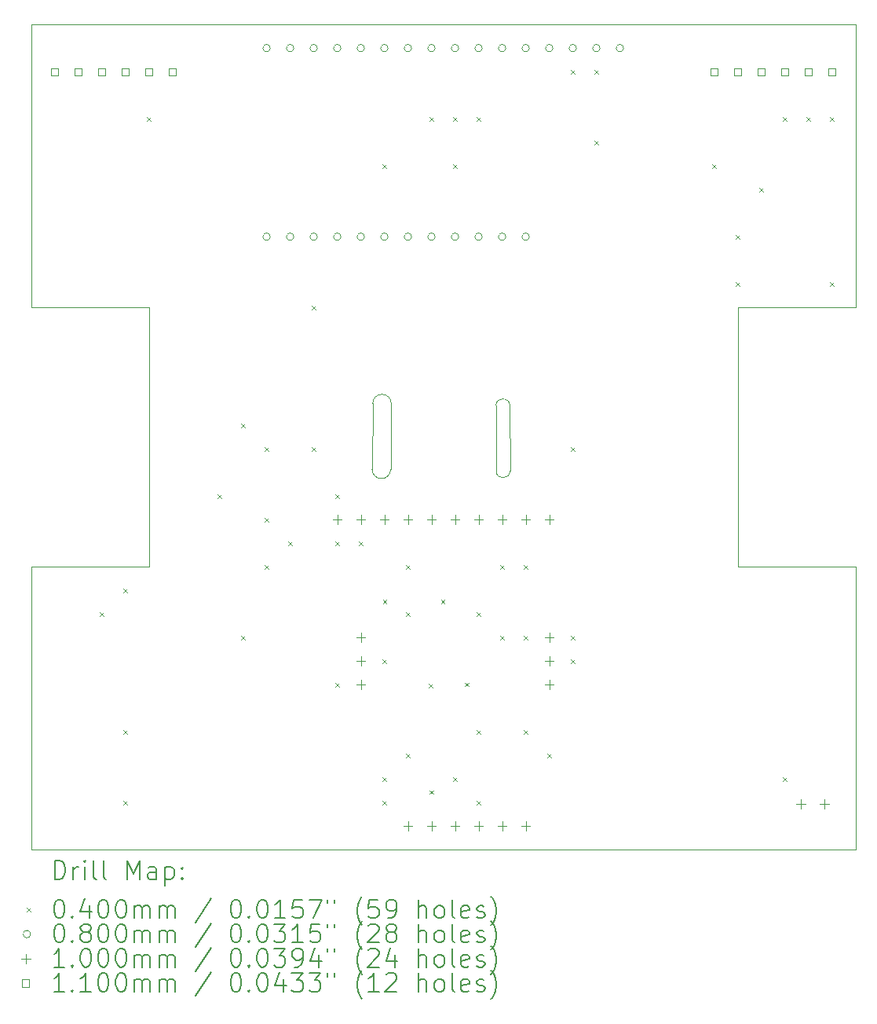
<source format=gbr>
%TF.GenerationSoftware,KiCad,Pcbnew,7.0.7*%
%TF.CreationDate,2023-11-09T14:22:32-08:00*%
%TF.ProjectId,Micro_Mouse,4d696372-6f5f-44d6-9f75-73652e6b6963,rev?*%
%TF.SameCoordinates,Original*%
%TF.FileFunction,Drillmap*%
%TF.FilePolarity,Positive*%
%FSLAX45Y45*%
G04 Gerber Fmt 4.5, Leading zero omitted, Abs format (unit mm)*
G04 Created by KiCad (PCBNEW 7.0.7) date 2023-11-09 14:22:32*
%MOMM*%
%LPD*%
G01*
G04 APERTURE LIST*
%ADD10C,0.100000*%
%ADD11C,0.200000*%
%ADD12C,0.040000*%
%ADD13C,0.080000*%
%ADD14C,0.110000*%
G04 APERTURE END LIST*
D10*
X15937112Y-9887707D02*
G75*
G03*
X16087112Y-9887707I75000J0D01*
G01*
X16084964Y-9185364D02*
G75*
G03*
X15934964Y-9185364I-75000J0D01*
G01*
X16087112Y-9887707D02*
X16084964Y-9185364D01*
X15934964Y-9185364D02*
X15937112Y-9887707D01*
X14805816Y-9162812D02*
G75*
G03*
X14705816Y-9062812I-100000J0D01*
G01*
X14705816Y-9062812D02*
G75*
G03*
X14605816Y-9162812I0J-100000D01*
G01*
X14599372Y-9871598D02*
G75*
G03*
X14699372Y-9971598I100000J0D01*
G01*
X14699372Y-9971598D02*
G75*
G03*
X14799372Y-9871598I0J100000D01*
G01*
X14805816Y-9162812D02*
X14799372Y-9871598D01*
X14599372Y-9871598D02*
X14605816Y-9162812D01*
X12192000Y-10922000D02*
X10922000Y-10922000D01*
X19812000Y-13970000D02*
X10922000Y-13970000D01*
X19812000Y-10922000D02*
X19812000Y-13970000D01*
X19812000Y-8128000D02*
X18542000Y-8128000D01*
X10922000Y-10922000D02*
X10922000Y-13970000D01*
X18542000Y-10922000D02*
X19812000Y-10922000D01*
X10922000Y-5080000D02*
X10922000Y-8128000D01*
X18542000Y-8128000D02*
X18542000Y-10922000D01*
X19812000Y-8128000D02*
X19812000Y-5080000D01*
X10922000Y-5080000D02*
X19812000Y-5080000D01*
X12192000Y-8128000D02*
X12192000Y-10922000D01*
X10922000Y-8128000D02*
X12192000Y-8128000D01*
D11*
D12*
X11664000Y-11410000D02*
X11704000Y-11450000D01*
X11704000Y-11410000D02*
X11664000Y-11450000D01*
X11918000Y-11156000D02*
X11958000Y-11196000D01*
X11958000Y-11156000D02*
X11918000Y-11196000D01*
X11918000Y-12680000D02*
X11958000Y-12720000D01*
X11958000Y-12680000D02*
X11918000Y-12720000D01*
X11918000Y-13442000D02*
X11958000Y-13482000D01*
X11958000Y-13442000D02*
X11918000Y-13482000D01*
X12172000Y-6076000D02*
X12212000Y-6116000D01*
X12212000Y-6076000D02*
X12172000Y-6116000D01*
X12934000Y-10140000D02*
X12974000Y-10180000D01*
X12974000Y-10140000D02*
X12934000Y-10180000D01*
X13188000Y-9378000D02*
X13228000Y-9418000D01*
X13228000Y-9378000D02*
X13188000Y-9418000D01*
X13188000Y-11664000D02*
X13228000Y-11704000D01*
X13228000Y-11664000D02*
X13188000Y-11704000D01*
X13442000Y-9632000D02*
X13482000Y-9672000D01*
X13482000Y-9632000D02*
X13442000Y-9672000D01*
X13442000Y-10394000D02*
X13482000Y-10434000D01*
X13482000Y-10394000D02*
X13442000Y-10434000D01*
X13442000Y-10902000D02*
X13482000Y-10942000D01*
X13482000Y-10902000D02*
X13442000Y-10942000D01*
X13696000Y-10648000D02*
X13736000Y-10688000D01*
X13736000Y-10648000D02*
X13696000Y-10688000D01*
X13950000Y-8108000D02*
X13990000Y-8148000D01*
X13990000Y-8108000D02*
X13950000Y-8148000D01*
X13950000Y-9632000D02*
X13990000Y-9672000D01*
X13990000Y-9632000D02*
X13950000Y-9672000D01*
X14204000Y-10140000D02*
X14244000Y-10180000D01*
X14244000Y-10140000D02*
X14204000Y-10180000D01*
X14204000Y-10648000D02*
X14244000Y-10688000D01*
X14244000Y-10648000D02*
X14204000Y-10688000D01*
X14204000Y-12172000D02*
X14244000Y-12212000D01*
X14244000Y-12172000D02*
X14204000Y-12212000D01*
X14458000Y-10648000D02*
X14498000Y-10688000D01*
X14498000Y-10648000D02*
X14458000Y-10688000D01*
X14712000Y-6584000D02*
X14752000Y-6624000D01*
X14752000Y-6584000D02*
X14712000Y-6624000D01*
X14712000Y-11918000D02*
X14752000Y-11958000D01*
X14752000Y-11918000D02*
X14712000Y-11958000D01*
X14712000Y-13188000D02*
X14752000Y-13228000D01*
X14752000Y-13188000D02*
X14712000Y-13228000D01*
X14712000Y-13442000D02*
X14752000Y-13482000D01*
X14752000Y-13442000D02*
X14712000Y-13482000D01*
X14714315Y-11276310D02*
X14754315Y-11316310D01*
X14754315Y-11276310D02*
X14714315Y-11316310D01*
X14966000Y-10902000D02*
X15006000Y-10942000D01*
X15006000Y-10902000D02*
X14966000Y-10942000D01*
X14966000Y-11410000D02*
X15006000Y-11450000D01*
X15006000Y-11410000D02*
X14966000Y-11450000D01*
X14966000Y-12934000D02*
X15006000Y-12974000D01*
X15006000Y-12934000D02*
X14966000Y-12974000D01*
X15209224Y-12182059D02*
X15249224Y-12222059D01*
X15249224Y-12182059D02*
X15209224Y-12222059D01*
X15218792Y-13330868D02*
X15258792Y-13370868D01*
X15258792Y-13330868D02*
X15218792Y-13370868D01*
X15220000Y-6076000D02*
X15260000Y-6116000D01*
X15260000Y-6076000D02*
X15220000Y-6116000D01*
X15341536Y-11273706D02*
X15381536Y-11313706D01*
X15381536Y-11273706D02*
X15341536Y-11313706D01*
X15474000Y-6076000D02*
X15514000Y-6116000D01*
X15514000Y-6076000D02*
X15474000Y-6116000D01*
X15474000Y-6584000D02*
X15514000Y-6624000D01*
X15514000Y-6584000D02*
X15474000Y-6624000D01*
X15474000Y-13188000D02*
X15514000Y-13228000D01*
X15514000Y-13188000D02*
X15474000Y-13228000D01*
X15600745Y-12169037D02*
X15640745Y-12209037D01*
X15640745Y-12169037D02*
X15600745Y-12209037D01*
X15728000Y-6076000D02*
X15768000Y-6116000D01*
X15768000Y-6076000D02*
X15728000Y-6116000D01*
X15728000Y-11410000D02*
X15768000Y-11450000D01*
X15768000Y-11410000D02*
X15728000Y-11450000D01*
X15728000Y-12680000D02*
X15768000Y-12720000D01*
X15768000Y-12680000D02*
X15728000Y-12720000D01*
X15728000Y-13442000D02*
X15768000Y-13482000D01*
X15768000Y-13442000D02*
X15728000Y-13482000D01*
X15982000Y-10902000D02*
X16022000Y-10942000D01*
X16022000Y-10902000D02*
X15982000Y-10942000D01*
X15982000Y-11664000D02*
X16022000Y-11704000D01*
X16022000Y-11664000D02*
X15982000Y-11704000D01*
X16236000Y-10902000D02*
X16276000Y-10942000D01*
X16276000Y-10902000D02*
X16236000Y-10942000D01*
X16236000Y-11664000D02*
X16276000Y-11704000D01*
X16276000Y-11664000D02*
X16236000Y-11704000D01*
X16236000Y-12680000D02*
X16276000Y-12720000D01*
X16276000Y-12680000D02*
X16236000Y-12720000D01*
X16490000Y-12934000D02*
X16530000Y-12974000D01*
X16530000Y-12934000D02*
X16490000Y-12974000D01*
X16744000Y-5568000D02*
X16784000Y-5608000D01*
X16784000Y-5568000D02*
X16744000Y-5608000D01*
X16744000Y-9632000D02*
X16784000Y-9672000D01*
X16784000Y-9632000D02*
X16744000Y-9672000D01*
X16744000Y-11664000D02*
X16784000Y-11704000D01*
X16784000Y-11664000D02*
X16744000Y-11704000D01*
X16744000Y-11918000D02*
X16784000Y-11958000D01*
X16784000Y-11918000D02*
X16744000Y-11958000D01*
X16998000Y-5568000D02*
X17038000Y-5608000D01*
X17038000Y-5568000D02*
X16998000Y-5608000D01*
X16998000Y-6330000D02*
X17038000Y-6370000D01*
X17038000Y-6330000D02*
X16998000Y-6370000D01*
X18268000Y-6584000D02*
X18308000Y-6624000D01*
X18308000Y-6584000D02*
X18268000Y-6624000D01*
X18522000Y-7346000D02*
X18562000Y-7386000D01*
X18562000Y-7346000D02*
X18522000Y-7386000D01*
X18522000Y-7854000D02*
X18562000Y-7894000D01*
X18562000Y-7854000D02*
X18522000Y-7894000D01*
X18776000Y-6838000D02*
X18816000Y-6878000D01*
X18816000Y-6838000D02*
X18776000Y-6878000D01*
X19030000Y-6076000D02*
X19070000Y-6116000D01*
X19070000Y-6076000D02*
X19030000Y-6116000D01*
X19030000Y-13188000D02*
X19070000Y-13228000D01*
X19070000Y-13188000D02*
X19030000Y-13228000D01*
X19284000Y-6076000D02*
X19324000Y-6116000D01*
X19324000Y-6076000D02*
X19284000Y-6116000D01*
X19538000Y-6076000D02*
X19578000Y-6116000D01*
X19578000Y-6076000D02*
X19538000Y-6116000D01*
X19538000Y-7854000D02*
X19578000Y-7894000D01*
X19578000Y-7854000D02*
X19538000Y-7894000D01*
D13*
X13502000Y-5334000D02*
G75*
G03*
X13502000Y-5334000I-40000J0D01*
G01*
X13502000Y-7366000D02*
G75*
G03*
X13502000Y-7366000I-40000J0D01*
G01*
X13756000Y-5334000D02*
G75*
G03*
X13756000Y-5334000I-40000J0D01*
G01*
X13756000Y-7366000D02*
G75*
G03*
X13756000Y-7366000I-40000J0D01*
G01*
X14010000Y-5334000D02*
G75*
G03*
X14010000Y-5334000I-40000J0D01*
G01*
X14010000Y-7366000D02*
G75*
G03*
X14010000Y-7366000I-40000J0D01*
G01*
X14264000Y-5334000D02*
G75*
G03*
X14264000Y-5334000I-40000J0D01*
G01*
X14264000Y-7366000D02*
G75*
G03*
X14264000Y-7366000I-40000J0D01*
G01*
X14518000Y-5334000D02*
G75*
G03*
X14518000Y-5334000I-40000J0D01*
G01*
X14518000Y-7366000D02*
G75*
G03*
X14518000Y-7366000I-40000J0D01*
G01*
X14772000Y-5334000D02*
G75*
G03*
X14772000Y-5334000I-40000J0D01*
G01*
X14772000Y-7366000D02*
G75*
G03*
X14772000Y-7366000I-40000J0D01*
G01*
X15026000Y-5334000D02*
G75*
G03*
X15026000Y-5334000I-40000J0D01*
G01*
X15026000Y-7366000D02*
G75*
G03*
X15026000Y-7366000I-40000J0D01*
G01*
X15280000Y-5334000D02*
G75*
G03*
X15280000Y-5334000I-40000J0D01*
G01*
X15280000Y-7366000D02*
G75*
G03*
X15280000Y-7366000I-40000J0D01*
G01*
X15534000Y-5334000D02*
G75*
G03*
X15534000Y-5334000I-40000J0D01*
G01*
X15534000Y-7366000D02*
G75*
G03*
X15534000Y-7366000I-40000J0D01*
G01*
X15788000Y-5334000D02*
G75*
G03*
X15788000Y-5334000I-40000J0D01*
G01*
X15788000Y-7366000D02*
G75*
G03*
X15788000Y-7366000I-40000J0D01*
G01*
X16042000Y-5334000D02*
G75*
G03*
X16042000Y-5334000I-40000J0D01*
G01*
X16042000Y-7366000D02*
G75*
G03*
X16042000Y-7366000I-40000J0D01*
G01*
X16296000Y-5334000D02*
G75*
G03*
X16296000Y-5334000I-40000J0D01*
G01*
X16296000Y-7366000D02*
G75*
G03*
X16296000Y-7366000I-40000J0D01*
G01*
X16550000Y-5334000D02*
G75*
G03*
X16550000Y-5334000I-40000J0D01*
G01*
X16804000Y-5334000D02*
G75*
G03*
X16804000Y-5334000I-40000J0D01*
G01*
X17058000Y-5334000D02*
G75*
G03*
X17058000Y-5334000I-40000J0D01*
G01*
X17312000Y-5334000D02*
G75*
G03*
X17312000Y-5334000I-40000J0D01*
G01*
D10*
X14224000Y-10364000D02*
X14224000Y-10464000D01*
X14174000Y-10414000D02*
X14274000Y-10414000D01*
X14478000Y-10364000D02*
X14478000Y-10464000D01*
X14428000Y-10414000D02*
X14528000Y-10414000D01*
X14478000Y-11634000D02*
X14478000Y-11734000D01*
X14428000Y-11684000D02*
X14528000Y-11684000D01*
X14478000Y-11888000D02*
X14478000Y-11988000D01*
X14428000Y-11938000D02*
X14528000Y-11938000D01*
X14478000Y-12142000D02*
X14478000Y-12242000D01*
X14428000Y-12192000D02*
X14528000Y-12192000D01*
X14732000Y-10364000D02*
X14732000Y-10464000D01*
X14682000Y-10414000D02*
X14782000Y-10414000D01*
X14986000Y-10364000D02*
X14986000Y-10464000D01*
X14936000Y-10414000D02*
X15036000Y-10414000D01*
X14986000Y-13666000D02*
X14986000Y-13766000D01*
X14936000Y-13716000D02*
X15036000Y-13716000D01*
X15240000Y-10364000D02*
X15240000Y-10464000D01*
X15190000Y-10414000D02*
X15290000Y-10414000D01*
X15240000Y-13666000D02*
X15240000Y-13766000D01*
X15190000Y-13716000D02*
X15290000Y-13716000D01*
X15494000Y-10364000D02*
X15494000Y-10464000D01*
X15444000Y-10414000D02*
X15544000Y-10414000D01*
X15494000Y-13666000D02*
X15494000Y-13766000D01*
X15444000Y-13716000D02*
X15544000Y-13716000D01*
X15748000Y-10364000D02*
X15748000Y-10464000D01*
X15698000Y-10414000D02*
X15798000Y-10414000D01*
X15748000Y-13666000D02*
X15748000Y-13766000D01*
X15698000Y-13716000D02*
X15798000Y-13716000D01*
X16002000Y-10364000D02*
X16002000Y-10464000D01*
X15952000Y-10414000D02*
X16052000Y-10414000D01*
X16002000Y-13666000D02*
X16002000Y-13766000D01*
X15952000Y-13716000D02*
X16052000Y-13716000D01*
X16256000Y-10364000D02*
X16256000Y-10464000D01*
X16206000Y-10414000D02*
X16306000Y-10414000D01*
X16256000Y-13666000D02*
X16256000Y-13766000D01*
X16206000Y-13716000D02*
X16306000Y-13716000D01*
X16510000Y-10364000D02*
X16510000Y-10464000D01*
X16460000Y-10414000D02*
X16560000Y-10414000D01*
X16510000Y-11634000D02*
X16510000Y-11734000D01*
X16460000Y-11684000D02*
X16560000Y-11684000D01*
X16510000Y-11888000D02*
X16510000Y-11988000D01*
X16460000Y-11938000D02*
X16560000Y-11938000D01*
X16510000Y-12142000D02*
X16510000Y-12242000D01*
X16460000Y-12192000D02*
X16560000Y-12192000D01*
X19224032Y-13428734D02*
X19224032Y-13528734D01*
X19174032Y-13478734D02*
X19274032Y-13478734D01*
X19474032Y-13428734D02*
X19474032Y-13528734D01*
X19424032Y-13478734D02*
X19524032Y-13478734D01*
D14*
X11214891Y-5626891D02*
X11214891Y-5549109D01*
X11137109Y-5549109D01*
X11137109Y-5626891D01*
X11214891Y-5626891D01*
X11468891Y-5626891D02*
X11468891Y-5549109D01*
X11391109Y-5549109D01*
X11391109Y-5626891D01*
X11468891Y-5626891D01*
X11722891Y-5626891D02*
X11722891Y-5549109D01*
X11645109Y-5549109D01*
X11645109Y-5626891D01*
X11722891Y-5626891D01*
X11976891Y-5626891D02*
X11976891Y-5549109D01*
X11899109Y-5549109D01*
X11899109Y-5626891D01*
X11976891Y-5626891D01*
X12230891Y-5626891D02*
X12230891Y-5549109D01*
X12153109Y-5549109D01*
X12153109Y-5626891D01*
X12230891Y-5626891D01*
X12484891Y-5626891D02*
X12484891Y-5549109D01*
X12407109Y-5549109D01*
X12407109Y-5626891D01*
X12484891Y-5626891D01*
X18326891Y-5626891D02*
X18326891Y-5549109D01*
X18249109Y-5549109D01*
X18249109Y-5626891D01*
X18326891Y-5626891D01*
X18580891Y-5626891D02*
X18580891Y-5549109D01*
X18503109Y-5549109D01*
X18503109Y-5626891D01*
X18580891Y-5626891D01*
X18834891Y-5626891D02*
X18834891Y-5549109D01*
X18757109Y-5549109D01*
X18757109Y-5626891D01*
X18834891Y-5626891D01*
X19088891Y-5626891D02*
X19088891Y-5549109D01*
X19011109Y-5549109D01*
X19011109Y-5626891D01*
X19088891Y-5626891D01*
X19342891Y-5626891D02*
X19342891Y-5549109D01*
X19265109Y-5549109D01*
X19265109Y-5626891D01*
X19342891Y-5626891D01*
X19596891Y-5626891D02*
X19596891Y-5549109D01*
X19519109Y-5549109D01*
X19519109Y-5626891D01*
X19596891Y-5626891D01*
D11*
X11177777Y-14286484D02*
X11177777Y-14086484D01*
X11177777Y-14086484D02*
X11225396Y-14086484D01*
X11225396Y-14086484D02*
X11253967Y-14096008D01*
X11253967Y-14096008D02*
X11273015Y-14115055D01*
X11273015Y-14115055D02*
X11282539Y-14134103D01*
X11282539Y-14134103D02*
X11292062Y-14172198D01*
X11292062Y-14172198D02*
X11292062Y-14200769D01*
X11292062Y-14200769D02*
X11282539Y-14238865D01*
X11282539Y-14238865D02*
X11273015Y-14257912D01*
X11273015Y-14257912D02*
X11253967Y-14276960D01*
X11253967Y-14276960D02*
X11225396Y-14286484D01*
X11225396Y-14286484D02*
X11177777Y-14286484D01*
X11377777Y-14286484D02*
X11377777Y-14153150D01*
X11377777Y-14191246D02*
X11387301Y-14172198D01*
X11387301Y-14172198D02*
X11396824Y-14162674D01*
X11396824Y-14162674D02*
X11415872Y-14153150D01*
X11415872Y-14153150D02*
X11434920Y-14153150D01*
X11501586Y-14286484D02*
X11501586Y-14153150D01*
X11501586Y-14086484D02*
X11492062Y-14096008D01*
X11492062Y-14096008D02*
X11501586Y-14105531D01*
X11501586Y-14105531D02*
X11511110Y-14096008D01*
X11511110Y-14096008D02*
X11501586Y-14086484D01*
X11501586Y-14086484D02*
X11501586Y-14105531D01*
X11625396Y-14286484D02*
X11606348Y-14276960D01*
X11606348Y-14276960D02*
X11596824Y-14257912D01*
X11596824Y-14257912D02*
X11596824Y-14086484D01*
X11730158Y-14286484D02*
X11711110Y-14276960D01*
X11711110Y-14276960D02*
X11701586Y-14257912D01*
X11701586Y-14257912D02*
X11701586Y-14086484D01*
X11958729Y-14286484D02*
X11958729Y-14086484D01*
X11958729Y-14086484D02*
X12025396Y-14229341D01*
X12025396Y-14229341D02*
X12092062Y-14086484D01*
X12092062Y-14086484D02*
X12092062Y-14286484D01*
X12273015Y-14286484D02*
X12273015Y-14181722D01*
X12273015Y-14181722D02*
X12263491Y-14162674D01*
X12263491Y-14162674D02*
X12244443Y-14153150D01*
X12244443Y-14153150D02*
X12206348Y-14153150D01*
X12206348Y-14153150D02*
X12187301Y-14162674D01*
X12273015Y-14276960D02*
X12253967Y-14286484D01*
X12253967Y-14286484D02*
X12206348Y-14286484D01*
X12206348Y-14286484D02*
X12187301Y-14276960D01*
X12187301Y-14276960D02*
X12177777Y-14257912D01*
X12177777Y-14257912D02*
X12177777Y-14238865D01*
X12177777Y-14238865D02*
X12187301Y-14219817D01*
X12187301Y-14219817D02*
X12206348Y-14210293D01*
X12206348Y-14210293D02*
X12253967Y-14210293D01*
X12253967Y-14210293D02*
X12273015Y-14200769D01*
X12368253Y-14153150D02*
X12368253Y-14353150D01*
X12368253Y-14162674D02*
X12387301Y-14153150D01*
X12387301Y-14153150D02*
X12425396Y-14153150D01*
X12425396Y-14153150D02*
X12444443Y-14162674D01*
X12444443Y-14162674D02*
X12453967Y-14172198D01*
X12453967Y-14172198D02*
X12463491Y-14191246D01*
X12463491Y-14191246D02*
X12463491Y-14248388D01*
X12463491Y-14248388D02*
X12453967Y-14267436D01*
X12453967Y-14267436D02*
X12444443Y-14276960D01*
X12444443Y-14276960D02*
X12425396Y-14286484D01*
X12425396Y-14286484D02*
X12387301Y-14286484D01*
X12387301Y-14286484D02*
X12368253Y-14276960D01*
X12549205Y-14267436D02*
X12558729Y-14276960D01*
X12558729Y-14276960D02*
X12549205Y-14286484D01*
X12549205Y-14286484D02*
X12539682Y-14276960D01*
X12539682Y-14276960D02*
X12549205Y-14267436D01*
X12549205Y-14267436D02*
X12549205Y-14286484D01*
X12549205Y-14162674D02*
X12558729Y-14172198D01*
X12558729Y-14172198D02*
X12549205Y-14181722D01*
X12549205Y-14181722D02*
X12539682Y-14172198D01*
X12539682Y-14172198D02*
X12549205Y-14162674D01*
X12549205Y-14162674D02*
X12549205Y-14181722D01*
D12*
X10877000Y-14595000D02*
X10917000Y-14635000D01*
X10917000Y-14595000D02*
X10877000Y-14635000D01*
D11*
X11215872Y-14506484D02*
X11234920Y-14506484D01*
X11234920Y-14506484D02*
X11253967Y-14516008D01*
X11253967Y-14516008D02*
X11263491Y-14525531D01*
X11263491Y-14525531D02*
X11273015Y-14544579D01*
X11273015Y-14544579D02*
X11282539Y-14582674D01*
X11282539Y-14582674D02*
X11282539Y-14630293D01*
X11282539Y-14630293D02*
X11273015Y-14668388D01*
X11273015Y-14668388D02*
X11263491Y-14687436D01*
X11263491Y-14687436D02*
X11253967Y-14696960D01*
X11253967Y-14696960D02*
X11234920Y-14706484D01*
X11234920Y-14706484D02*
X11215872Y-14706484D01*
X11215872Y-14706484D02*
X11196824Y-14696960D01*
X11196824Y-14696960D02*
X11187301Y-14687436D01*
X11187301Y-14687436D02*
X11177777Y-14668388D01*
X11177777Y-14668388D02*
X11168253Y-14630293D01*
X11168253Y-14630293D02*
X11168253Y-14582674D01*
X11168253Y-14582674D02*
X11177777Y-14544579D01*
X11177777Y-14544579D02*
X11187301Y-14525531D01*
X11187301Y-14525531D02*
X11196824Y-14516008D01*
X11196824Y-14516008D02*
X11215872Y-14506484D01*
X11368253Y-14687436D02*
X11377777Y-14696960D01*
X11377777Y-14696960D02*
X11368253Y-14706484D01*
X11368253Y-14706484D02*
X11358729Y-14696960D01*
X11358729Y-14696960D02*
X11368253Y-14687436D01*
X11368253Y-14687436D02*
X11368253Y-14706484D01*
X11549205Y-14573150D02*
X11549205Y-14706484D01*
X11501586Y-14496960D02*
X11453967Y-14639817D01*
X11453967Y-14639817D02*
X11577777Y-14639817D01*
X11692062Y-14506484D02*
X11711110Y-14506484D01*
X11711110Y-14506484D02*
X11730158Y-14516008D01*
X11730158Y-14516008D02*
X11739682Y-14525531D01*
X11739682Y-14525531D02*
X11749205Y-14544579D01*
X11749205Y-14544579D02*
X11758729Y-14582674D01*
X11758729Y-14582674D02*
X11758729Y-14630293D01*
X11758729Y-14630293D02*
X11749205Y-14668388D01*
X11749205Y-14668388D02*
X11739682Y-14687436D01*
X11739682Y-14687436D02*
X11730158Y-14696960D01*
X11730158Y-14696960D02*
X11711110Y-14706484D01*
X11711110Y-14706484D02*
X11692062Y-14706484D01*
X11692062Y-14706484D02*
X11673015Y-14696960D01*
X11673015Y-14696960D02*
X11663491Y-14687436D01*
X11663491Y-14687436D02*
X11653967Y-14668388D01*
X11653967Y-14668388D02*
X11644443Y-14630293D01*
X11644443Y-14630293D02*
X11644443Y-14582674D01*
X11644443Y-14582674D02*
X11653967Y-14544579D01*
X11653967Y-14544579D02*
X11663491Y-14525531D01*
X11663491Y-14525531D02*
X11673015Y-14516008D01*
X11673015Y-14516008D02*
X11692062Y-14506484D01*
X11882539Y-14506484D02*
X11901586Y-14506484D01*
X11901586Y-14506484D02*
X11920634Y-14516008D01*
X11920634Y-14516008D02*
X11930158Y-14525531D01*
X11930158Y-14525531D02*
X11939682Y-14544579D01*
X11939682Y-14544579D02*
X11949205Y-14582674D01*
X11949205Y-14582674D02*
X11949205Y-14630293D01*
X11949205Y-14630293D02*
X11939682Y-14668388D01*
X11939682Y-14668388D02*
X11930158Y-14687436D01*
X11930158Y-14687436D02*
X11920634Y-14696960D01*
X11920634Y-14696960D02*
X11901586Y-14706484D01*
X11901586Y-14706484D02*
X11882539Y-14706484D01*
X11882539Y-14706484D02*
X11863491Y-14696960D01*
X11863491Y-14696960D02*
X11853967Y-14687436D01*
X11853967Y-14687436D02*
X11844443Y-14668388D01*
X11844443Y-14668388D02*
X11834920Y-14630293D01*
X11834920Y-14630293D02*
X11834920Y-14582674D01*
X11834920Y-14582674D02*
X11844443Y-14544579D01*
X11844443Y-14544579D02*
X11853967Y-14525531D01*
X11853967Y-14525531D02*
X11863491Y-14516008D01*
X11863491Y-14516008D02*
X11882539Y-14506484D01*
X12034920Y-14706484D02*
X12034920Y-14573150D01*
X12034920Y-14592198D02*
X12044443Y-14582674D01*
X12044443Y-14582674D02*
X12063491Y-14573150D01*
X12063491Y-14573150D02*
X12092063Y-14573150D01*
X12092063Y-14573150D02*
X12111110Y-14582674D01*
X12111110Y-14582674D02*
X12120634Y-14601722D01*
X12120634Y-14601722D02*
X12120634Y-14706484D01*
X12120634Y-14601722D02*
X12130158Y-14582674D01*
X12130158Y-14582674D02*
X12149205Y-14573150D01*
X12149205Y-14573150D02*
X12177777Y-14573150D01*
X12177777Y-14573150D02*
X12196824Y-14582674D01*
X12196824Y-14582674D02*
X12206348Y-14601722D01*
X12206348Y-14601722D02*
X12206348Y-14706484D01*
X12301586Y-14706484D02*
X12301586Y-14573150D01*
X12301586Y-14592198D02*
X12311110Y-14582674D01*
X12311110Y-14582674D02*
X12330158Y-14573150D01*
X12330158Y-14573150D02*
X12358729Y-14573150D01*
X12358729Y-14573150D02*
X12377777Y-14582674D01*
X12377777Y-14582674D02*
X12387301Y-14601722D01*
X12387301Y-14601722D02*
X12387301Y-14706484D01*
X12387301Y-14601722D02*
X12396824Y-14582674D01*
X12396824Y-14582674D02*
X12415872Y-14573150D01*
X12415872Y-14573150D02*
X12444443Y-14573150D01*
X12444443Y-14573150D02*
X12463491Y-14582674D01*
X12463491Y-14582674D02*
X12473015Y-14601722D01*
X12473015Y-14601722D02*
X12473015Y-14706484D01*
X12863491Y-14496960D02*
X12692063Y-14754103D01*
X13120634Y-14506484D02*
X13139682Y-14506484D01*
X13139682Y-14506484D02*
X13158729Y-14516008D01*
X13158729Y-14516008D02*
X13168253Y-14525531D01*
X13168253Y-14525531D02*
X13177777Y-14544579D01*
X13177777Y-14544579D02*
X13187301Y-14582674D01*
X13187301Y-14582674D02*
X13187301Y-14630293D01*
X13187301Y-14630293D02*
X13177777Y-14668388D01*
X13177777Y-14668388D02*
X13168253Y-14687436D01*
X13168253Y-14687436D02*
X13158729Y-14696960D01*
X13158729Y-14696960D02*
X13139682Y-14706484D01*
X13139682Y-14706484D02*
X13120634Y-14706484D01*
X13120634Y-14706484D02*
X13101586Y-14696960D01*
X13101586Y-14696960D02*
X13092063Y-14687436D01*
X13092063Y-14687436D02*
X13082539Y-14668388D01*
X13082539Y-14668388D02*
X13073015Y-14630293D01*
X13073015Y-14630293D02*
X13073015Y-14582674D01*
X13073015Y-14582674D02*
X13082539Y-14544579D01*
X13082539Y-14544579D02*
X13092063Y-14525531D01*
X13092063Y-14525531D02*
X13101586Y-14516008D01*
X13101586Y-14516008D02*
X13120634Y-14506484D01*
X13273015Y-14687436D02*
X13282539Y-14696960D01*
X13282539Y-14696960D02*
X13273015Y-14706484D01*
X13273015Y-14706484D02*
X13263491Y-14696960D01*
X13263491Y-14696960D02*
X13273015Y-14687436D01*
X13273015Y-14687436D02*
X13273015Y-14706484D01*
X13406348Y-14506484D02*
X13425396Y-14506484D01*
X13425396Y-14506484D02*
X13444444Y-14516008D01*
X13444444Y-14516008D02*
X13453967Y-14525531D01*
X13453967Y-14525531D02*
X13463491Y-14544579D01*
X13463491Y-14544579D02*
X13473015Y-14582674D01*
X13473015Y-14582674D02*
X13473015Y-14630293D01*
X13473015Y-14630293D02*
X13463491Y-14668388D01*
X13463491Y-14668388D02*
X13453967Y-14687436D01*
X13453967Y-14687436D02*
X13444444Y-14696960D01*
X13444444Y-14696960D02*
X13425396Y-14706484D01*
X13425396Y-14706484D02*
X13406348Y-14706484D01*
X13406348Y-14706484D02*
X13387301Y-14696960D01*
X13387301Y-14696960D02*
X13377777Y-14687436D01*
X13377777Y-14687436D02*
X13368253Y-14668388D01*
X13368253Y-14668388D02*
X13358729Y-14630293D01*
X13358729Y-14630293D02*
X13358729Y-14582674D01*
X13358729Y-14582674D02*
X13368253Y-14544579D01*
X13368253Y-14544579D02*
X13377777Y-14525531D01*
X13377777Y-14525531D02*
X13387301Y-14516008D01*
X13387301Y-14516008D02*
X13406348Y-14506484D01*
X13663491Y-14706484D02*
X13549206Y-14706484D01*
X13606348Y-14706484D02*
X13606348Y-14506484D01*
X13606348Y-14506484D02*
X13587301Y-14535055D01*
X13587301Y-14535055D02*
X13568253Y-14554103D01*
X13568253Y-14554103D02*
X13549206Y-14563627D01*
X13844444Y-14506484D02*
X13749206Y-14506484D01*
X13749206Y-14506484D02*
X13739682Y-14601722D01*
X13739682Y-14601722D02*
X13749206Y-14592198D01*
X13749206Y-14592198D02*
X13768253Y-14582674D01*
X13768253Y-14582674D02*
X13815872Y-14582674D01*
X13815872Y-14582674D02*
X13834920Y-14592198D01*
X13834920Y-14592198D02*
X13844444Y-14601722D01*
X13844444Y-14601722D02*
X13853967Y-14620769D01*
X13853967Y-14620769D02*
X13853967Y-14668388D01*
X13853967Y-14668388D02*
X13844444Y-14687436D01*
X13844444Y-14687436D02*
X13834920Y-14696960D01*
X13834920Y-14696960D02*
X13815872Y-14706484D01*
X13815872Y-14706484D02*
X13768253Y-14706484D01*
X13768253Y-14706484D02*
X13749206Y-14696960D01*
X13749206Y-14696960D02*
X13739682Y-14687436D01*
X13920634Y-14506484D02*
X14053967Y-14506484D01*
X14053967Y-14506484D02*
X13968253Y-14706484D01*
X14120634Y-14506484D02*
X14120634Y-14544579D01*
X14196825Y-14506484D02*
X14196825Y-14544579D01*
X14492063Y-14782674D02*
X14482539Y-14773150D01*
X14482539Y-14773150D02*
X14463491Y-14744579D01*
X14463491Y-14744579D02*
X14453968Y-14725531D01*
X14453968Y-14725531D02*
X14444444Y-14696960D01*
X14444444Y-14696960D02*
X14434920Y-14649341D01*
X14434920Y-14649341D02*
X14434920Y-14611246D01*
X14434920Y-14611246D02*
X14444444Y-14563627D01*
X14444444Y-14563627D02*
X14453968Y-14535055D01*
X14453968Y-14535055D02*
X14463491Y-14516008D01*
X14463491Y-14516008D02*
X14482539Y-14487436D01*
X14482539Y-14487436D02*
X14492063Y-14477912D01*
X14663491Y-14506484D02*
X14568253Y-14506484D01*
X14568253Y-14506484D02*
X14558729Y-14601722D01*
X14558729Y-14601722D02*
X14568253Y-14592198D01*
X14568253Y-14592198D02*
X14587301Y-14582674D01*
X14587301Y-14582674D02*
X14634920Y-14582674D01*
X14634920Y-14582674D02*
X14653968Y-14592198D01*
X14653968Y-14592198D02*
X14663491Y-14601722D01*
X14663491Y-14601722D02*
X14673015Y-14620769D01*
X14673015Y-14620769D02*
X14673015Y-14668388D01*
X14673015Y-14668388D02*
X14663491Y-14687436D01*
X14663491Y-14687436D02*
X14653968Y-14696960D01*
X14653968Y-14696960D02*
X14634920Y-14706484D01*
X14634920Y-14706484D02*
X14587301Y-14706484D01*
X14587301Y-14706484D02*
X14568253Y-14696960D01*
X14568253Y-14696960D02*
X14558729Y-14687436D01*
X14768253Y-14706484D02*
X14806348Y-14706484D01*
X14806348Y-14706484D02*
X14825396Y-14696960D01*
X14825396Y-14696960D02*
X14834920Y-14687436D01*
X14834920Y-14687436D02*
X14853968Y-14658865D01*
X14853968Y-14658865D02*
X14863491Y-14620769D01*
X14863491Y-14620769D02*
X14863491Y-14544579D01*
X14863491Y-14544579D02*
X14853968Y-14525531D01*
X14853968Y-14525531D02*
X14844444Y-14516008D01*
X14844444Y-14516008D02*
X14825396Y-14506484D01*
X14825396Y-14506484D02*
X14787301Y-14506484D01*
X14787301Y-14506484D02*
X14768253Y-14516008D01*
X14768253Y-14516008D02*
X14758729Y-14525531D01*
X14758729Y-14525531D02*
X14749206Y-14544579D01*
X14749206Y-14544579D02*
X14749206Y-14592198D01*
X14749206Y-14592198D02*
X14758729Y-14611246D01*
X14758729Y-14611246D02*
X14768253Y-14620769D01*
X14768253Y-14620769D02*
X14787301Y-14630293D01*
X14787301Y-14630293D02*
X14825396Y-14630293D01*
X14825396Y-14630293D02*
X14844444Y-14620769D01*
X14844444Y-14620769D02*
X14853968Y-14611246D01*
X14853968Y-14611246D02*
X14863491Y-14592198D01*
X15101587Y-14706484D02*
X15101587Y-14506484D01*
X15187301Y-14706484D02*
X15187301Y-14601722D01*
X15187301Y-14601722D02*
X15177777Y-14582674D01*
X15177777Y-14582674D02*
X15158730Y-14573150D01*
X15158730Y-14573150D02*
X15130158Y-14573150D01*
X15130158Y-14573150D02*
X15111110Y-14582674D01*
X15111110Y-14582674D02*
X15101587Y-14592198D01*
X15311110Y-14706484D02*
X15292063Y-14696960D01*
X15292063Y-14696960D02*
X15282539Y-14687436D01*
X15282539Y-14687436D02*
X15273015Y-14668388D01*
X15273015Y-14668388D02*
X15273015Y-14611246D01*
X15273015Y-14611246D02*
X15282539Y-14592198D01*
X15282539Y-14592198D02*
X15292063Y-14582674D01*
X15292063Y-14582674D02*
X15311110Y-14573150D01*
X15311110Y-14573150D02*
X15339682Y-14573150D01*
X15339682Y-14573150D02*
X15358730Y-14582674D01*
X15358730Y-14582674D02*
X15368253Y-14592198D01*
X15368253Y-14592198D02*
X15377777Y-14611246D01*
X15377777Y-14611246D02*
X15377777Y-14668388D01*
X15377777Y-14668388D02*
X15368253Y-14687436D01*
X15368253Y-14687436D02*
X15358730Y-14696960D01*
X15358730Y-14696960D02*
X15339682Y-14706484D01*
X15339682Y-14706484D02*
X15311110Y-14706484D01*
X15492063Y-14706484D02*
X15473015Y-14696960D01*
X15473015Y-14696960D02*
X15463491Y-14677912D01*
X15463491Y-14677912D02*
X15463491Y-14506484D01*
X15644444Y-14696960D02*
X15625396Y-14706484D01*
X15625396Y-14706484D02*
X15587301Y-14706484D01*
X15587301Y-14706484D02*
X15568253Y-14696960D01*
X15568253Y-14696960D02*
X15558730Y-14677912D01*
X15558730Y-14677912D02*
X15558730Y-14601722D01*
X15558730Y-14601722D02*
X15568253Y-14582674D01*
X15568253Y-14582674D02*
X15587301Y-14573150D01*
X15587301Y-14573150D02*
X15625396Y-14573150D01*
X15625396Y-14573150D02*
X15644444Y-14582674D01*
X15644444Y-14582674D02*
X15653968Y-14601722D01*
X15653968Y-14601722D02*
X15653968Y-14620769D01*
X15653968Y-14620769D02*
X15558730Y-14639817D01*
X15730158Y-14696960D02*
X15749206Y-14706484D01*
X15749206Y-14706484D02*
X15787301Y-14706484D01*
X15787301Y-14706484D02*
X15806349Y-14696960D01*
X15806349Y-14696960D02*
X15815872Y-14677912D01*
X15815872Y-14677912D02*
X15815872Y-14668388D01*
X15815872Y-14668388D02*
X15806349Y-14649341D01*
X15806349Y-14649341D02*
X15787301Y-14639817D01*
X15787301Y-14639817D02*
X15758730Y-14639817D01*
X15758730Y-14639817D02*
X15739682Y-14630293D01*
X15739682Y-14630293D02*
X15730158Y-14611246D01*
X15730158Y-14611246D02*
X15730158Y-14601722D01*
X15730158Y-14601722D02*
X15739682Y-14582674D01*
X15739682Y-14582674D02*
X15758730Y-14573150D01*
X15758730Y-14573150D02*
X15787301Y-14573150D01*
X15787301Y-14573150D02*
X15806349Y-14582674D01*
X15882539Y-14782674D02*
X15892063Y-14773150D01*
X15892063Y-14773150D02*
X15911111Y-14744579D01*
X15911111Y-14744579D02*
X15920634Y-14725531D01*
X15920634Y-14725531D02*
X15930158Y-14696960D01*
X15930158Y-14696960D02*
X15939682Y-14649341D01*
X15939682Y-14649341D02*
X15939682Y-14611246D01*
X15939682Y-14611246D02*
X15930158Y-14563627D01*
X15930158Y-14563627D02*
X15920634Y-14535055D01*
X15920634Y-14535055D02*
X15911111Y-14516008D01*
X15911111Y-14516008D02*
X15892063Y-14487436D01*
X15892063Y-14487436D02*
X15882539Y-14477912D01*
D13*
X10917000Y-14879000D02*
G75*
G03*
X10917000Y-14879000I-40000J0D01*
G01*
D11*
X11215872Y-14770484D02*
X11234920Y-14770484D01*
X11234920Y-14770484D02*
X11253967Y-14780008D01*
X11253967Y-14780008D02*
X11263491Y-14789531D01*
X11263491Y-14789531D02*
X11273015Y-14808579D01*
X11273015Y-14808579D02*
X11282539Y-14846674D01*
X11282539Y-14846674D02*
X11282539Y-14894293D01*
X11282539Y-14894293D02*
X11273015Y-14932388D01*
X11273015Y-14932388D02*
X11263491Y-14951436D01*
X11263491Y-14951436D02*
X11253967Y-14960960D01*
X11253967Y-14960960D02*
X11234920Y-14970484D01*
X11234920Y-14970484D02*
X11215872Y-14970484D01*
X11215872Y-14970484D02*
X11196824Y-14960960D01*
X11196824Y-14960960D02*
X11187301Y-14951436D01*
X11187301Y-14951436D02*
X11177777Y-14932388D01*
X11177777Y-14932388D02*
X11168253Y-14894293D01*
X11168253Y-14894293D02*
X11168253Y-14846674D01*
X11168253Y-14846674D02*
X11177777Y-14808579D01*
X11177777Y-14808579D02*
X11187301Y-14789531D01*
X11187301Y-14789531D02*
X11196824Y-14780008D01*
X11196824Y-14780008D02*
X11215872Y-14770484D01*
X11368253Y-14951436D02*
X11377777Y-14960960D01*
X11377777Y-14960960D02*
X11368253Y-14970484D01*
X11368253Y-14970484D02*
X11358729Y-14960960D01*
X11358729Y-14960960D02*
X11368253Y-14951436D01*
X11368253Y-14951436D02*
X11368253Y-14970484D01*
X11492062Y-14856198D02*
X11473015Y-14846674D01*
X11473015Y-14846674D02*
X11463491Y-14837150D01*
X11463491Y-14837150D02*
X11453967Y-14818103D01*
X11453967Y-14818103D02*
X11453967Y-14808579D01*
X11453967Y-14808579D02*
X11463491Y-14789531D01*
X11463491Y-14789531D02*
X11473015Y-14780008D01*
X11473015Y-14780008D02*
X11492062Y-14770484D01*
X11492062Y-14770484D02*
X11530158Y-14770484D01*
X11530158Y-14770484D02*
X11549205Y-14780008D01*
X11549205Y-14780008D02*
X11558729Y-14789531D01*
X11558729Y-14789531D02*
X11568253Y-14808579D01*
X11568253Y-14808579D02*
X11568253Y-14818103D01*
X11568253Y-14818103D02*
X11558729Y-14837150D01*
X11558729Y-14837150D02*
X11549205Y-14846674D01*
X11549205Y-14846674D02*
X11530158Y-14856198D01*
X11530158Y-14856198D02*
X11492062Y-14856198D01*
X11492062Y-14856198D02*
X11473015Y-14865722D01*
X11473015Y-14865722D02*
X11463491Y-14875246D01*
X11463491Y-14875246D02*
X11453967Y-14894293D01*
X11453967Y-14894293D02*
X11453967Y-14932388D01*
X11453967Y-14932388D02*
X11463491Y-14951436D01*
X11463491Y-14951436D02*
X11473015Y-14960960D01*
X11473015Y-14960960D02*
X11492062Y-14970484D01*
X11492062Y-14970484D02*
X11530158Y-14970484D01*
X11530158Y-14970484D02*
X11549205Y-14960960D01*
X11549205Y-14960960D02*
X11558729Y-14951436D01*
X11558729Y-14951436D02*
X11568253Y-14932388D01*
X11568253Y-14932388D02*
X11568253Y-14894293D01*
X11568253Y-14894293D02*
X11558729Y-14875246D01*
X11558729Y-14875246D02*
X11549205Y-14865722D01*
X11549205Y-14865722D02*
X11530158Y-14856198D01*
X11692062Y-14770484D02*
X11711110Y-14770484D01*
X11711110Y-14770484D02*
X11730158Y-14780008D01*
X11730158Y-14780008D02*
X11739682Y-14789531D01*
X11739682Y-14789531D02*
X11749205Y-14808579D01*
X11749205Y-14808579D02*
X11758729Y-14846674D01*
X11758729Y-14846674D02*
X11758729Y-14894293D01*
X11758729Y-14894293D02*
X11749205Y-14932388D01*
X11749205Y-14932388D02*
X11739682Y-14951436D01*
X11739682Y-14951436D02*
X11730158Y-14960960D01*
X11730158Y-14960960D02*
X11711110Y-14970484D01*
X11711110Y-14970484D02*
X11692062Y-14970484D01*
X11692062Y-14970484D02*
X11673015Y-14960960D01*
X11673015Y-14960960D02*
X11663491Y-14951436D01*
X11663491Y-14951436D02*
X11653967Y-14932388D01*
X11653967Y-14932388D02*
X11644443Y-14894293D01*
X11644443Y-14894293D02*
X11644443Y-14846674D01*
X11644443Y-14846674D02*
X11653967Y-14808579D01*
X11653967Y-14808579D02*
X11663491Y-14789531D01*
X11663491Y-14789531D02*
X11673015Y-14780008D01*
X11673015Y-14780008D02*
X11692062Y-14770484D01*
X11882539Y-14770484D02*
X11901586Y-14770484D01*
X11901586Y-14770484D02*
X11920634Y-14780008D01*
X11920634Y-14780008D02*
X11930158Y-14789531D01*
X11930158Y-14789531D02*
X11939682Y-14808579D01*
X11939682Y-14808579D02*
X11949205Y-14846674D01*
X11949205Y-14846674D02*
X11949205Y-14894293D01*
X11949205Y-14894293D02*
X11939682Y-14932388D01*
X11939682Y-14932388D02*
X11930158Y-14951436D01*
X11930158Y-14951436D02*
X11920634Y-14960960D01*
X11920634Y-14960960D02*
X11901586Y-14970484D01*
X11901586Y-14970484D02*
X11882539Y-14970484D01*
X11882539Y-14970484D02*
X11863491Y-14960960D01*
X11863491Y-14960960D02*
X11853967Y-14951436D01*
X11853967Y-14951436D02*
X11844443Y-14932388D01*
X11844443Y-14932388D02*
X11834920Y-14894293D01*
X11834920Y-14894293D02*
X11834920Y-14846674D01*
X11834920Y-14846674D02*
X11844443Y-14808579D01*
X11844443Y-14808579D02*
X11853967Y-14789531D01*
X11853967Y-14789531D02*
X11863491Y-14780008D01*
X11863491Y-14780008D02*
X11882539Y-14770484D01*
X12034920Y-14970484D02*
X12034920Y-14837150D01*
X12034920Y-14856198D02*
X12044443Y-14846674D01*
X12044443Y-14846674D02*
X12063491Y-14837150D01*
X12063491Y-14837150D02*
X12092063Y-14837150D01*
X12092063Y-14837150D02*
X12111110Y-14846674D01*
X12111110Y-14846674D02*
X12120634Y-14865722D01*
X12120634Y-14865722D02*
X12120634Y-14970484D01*
X12120634Y-14865722D02*
X12130158Y-14846674D01*
X12130158Y-14846674D02*
X12149205Y-14837150D01*
X12149205Y-14837150D02*
X12177777Y-14837150D01*
X12177777Y-14837150D02*
X12196824Y-14846674D01*
X12196824Y-14846674D02*
X12206348Y-14865722D01*
X12206348Y-14865722D02*
X12206348Y-14970484D01*
X12301586Y-14970484D02*
X12301586Y-14837150D01*
X12301586Y-14856198D02*
X12311110Y-14846674D01*
X12311110Y-14846674D02*
X12330158Y-14837150D01*
X12330158Y-14837150D02*
X12358729Y-14837150D01*
X12358729Y-14837150D02*
X12377777Y-14846674D01*
X12377777Y-14846674D02*
X12387301Y-14865722D01*
X12387301Y-14865722D02*
X12387301Y-14970484D01*
X12387301Y-14865722D02*
X12396824Y-14846674D01*
X12396824Y-14846674D02*
X12415872Y-14837150D01*
X12415872Y-14837150D02*
X12444443Y-14837150D01*
X12444443Y-14837150D02*
X12463491Y-14846674D01*
X12463491Y-14846674D02*
X12473015Y-14865722D01*
X12473015Y-14865722D02*
X12473015Y-14970484D01*
X12863491Y-14760960D02*
X12692063Y-15018103D01*
X13120634Y-14770484D02*
X13139682Y-14770484D01*
X13139682Y-14770484D02*
X13158729Y-14780008D01*
X13158729Y-14780008D02*
X13168253Y-14789531D01*
X13168253Y-14789531D02*
X13177777Y-14808579D01*
X13177777Y-14808579D02*
X13187301Y-14846674D01*
X13187301Y-14846674D02*
X13187301Y-14894293D01*
X13187301Y-14894293D02*
X13177777Y-14932388D01*
X13177777Y-14932388D02*
X13168253Y-14951436D01*
X13168253Y-14951436D02*
X13158729Y-14960960D01*
X13158729Y-14960960D02*
X13139682Y-14970484D01*
X13139682Y-14970484D02*
X13120634Y-14970484D01*
X13120634Y-14970484D02*
X13101586Y-14960960D01*
X13101586Y-14960960D02*
X13092063Y-14951436D01*
X13092063Y-14951436D02*
X13082539Y-14932388D01*
X13082539Y-14932388D02*
X13073015Y-14894293D01*
X13073015Y-14894293D02*
X13073015Y-14846674D01*
X13073015Y-14846674D02*
X13082539Y-14808579D01*
X13082539Y-14808579D02*
X13092063Y-14789531D01*
X13092063Y-14789531D02*
X13101586Y-14780008D01*
X13101586Y-14780008D02*
X13120634Y-14770484D01*
X13273015Y-14951436D02*
X13282539Y-14960960D01*
X13282539Y-14960960D02*
X13273015Y-14970484D01*
X13273015Y-14970484D02*
X13263491Y-14960960D01*
X13263491Y-14960960D02*
X13273015Y-14951436D01*
X13273015Y-14951436D02*
X13273015Y-14970484D01*
X13406348Y-14770484D02*
X13425396Y-14770484D01*
X13425396Y-14770484D02*
X13444444Y-14780008D01*
X13444444Y-14780008D02*
X13453967Y-14789531D01*
X13453967Y-14789531D02*
X13463491Y-14808579D01*
X13463491Y-14808579D02*
X13473015Y-14846674D01*
X13473015Y-14846674D02*
X13473015Y-14894293D01*
X13473015Y-14894293D02*
X13463491Y-14932388D01*
X13463491Y-14932388D02*
X13453967Y-14951436D01*
X13453967Y-14951436D02*
X13444444Y-14960960D01*
X13444444Y-14960960D02*
X13425396Y-14970484D01*
X13425396Y-14970484D02*
X13406348Y-14970484D01*
X13406348Y-14970484D02*
X13387301Y-14960960D01*
X13387301Y-14960960D02*
X13377777Y-14951436D01*
X13377777Y-14951436D02*
X13368253Y-14932388D01*
X13368253Y-14932388D02*
X13358729Y-14894293D01*
X13358729Y-14894293D02*
X13358729Y-14846674D01*
X13358729Y-14846674D02*
X13368253Y-14808579D01*
X13368253Y-14808579D02*
X13377777Y-14789531D01*
X13377777Y-14789531D02*
X13387301Y-14780008D01*
X13387301Y-14780008D02*
X13406348Y-14770484D01*
X13539682Y-14770484D02*
X13663491Y-14770484D01*
X13663491Y-14770484D02*
X13596825Y-14846674D01*
X13596825Y-14846674D02*
X13625396Y-14846674D01*
X13625396Y-14846674D02*
X13644444Y-14856198D01*
X13644444Y-14856198D02*
X13653967Y-14865722D01*
X13653967Y-14865722D02*
X13663491Y-14884769D01*
X13663491Y-14884769D02*
X13663491Y-14932388D01*
X13663491Y-14932388D02*
X13653967Y-14951436D01*
X13653967Y-14951436D02*
X13644444Y-14960960D01*
X13644444Y-14960960D02*
X13625396Y-14970484D01*
X13625396Y-14970484D02*
X13568253Y-14970484D01*
X13568253Y-14970484D02*
X13549206Y-14960960D01*
X13549206Y-14960960D02*
X13539682Y-14951436D01*
X13853967Y-14970484D02*
X13739682Y-14970484D01*
X13796825Y-14970484D02*
X13796825Y-14770484D01*
X13796825Y-14770484D02*
X13777777Y-14799055D01*
X13777777Y-14799055D02*
X13758729Y-14818103D01*
X13758729Y-14818103D02*
X13739682Y-14827627D01*
X14034920Y-14770484D02*
X13939682Y-14770484D01*
X13939682Y-14770484D02*
X13930158Y-14865722D01*
X13930158Y-14865722D02*
X13939682Y-14856198D01*
X13939682Y-14856198D02*
X13958729Y-14846674D01*
X13958729Y-14846674D02*
X14006348Y-14846674D01*
X14006348Y-14846674D02*
X14025396Y-14856198D01*
X14025396Y-14856198D02*
X14034920Y-14865722D01*
X14034920Y-14865722D02*
X14044444Y-14884769D01*
X14044444Y-14884769D02*
X14044444Y-14932388D01*
X14044444Y-14932388D02*
X14034920Y-14951436D01*
X14034920Y-14951436D02*
X14025396Y-14960960D01*
X14025396Y-14960960D02*
X14006348Y-14970484D01*
X14006348Y-14970484D02*
X13958729Y-14970484D01*
X13958729Y-14970484D02*
X13939682Y-14960960D01*
X13939682Y-14960960D02*
X13930158Y-14951436D01*
X14120634Y-14770484D02*
X14120634Y-14808579D01*
X14196825Y-14770484D02*
X14196825Y-14808579D01*
X14492063Y-15046674D02*
X14482539Y-15037150D01*
X14482539Y-15037150D02*
X14463491Y-15008579D01*
X14463491Y-15008579D02*
X14453968Y-14989531D01*
X14453968Y-14989531D02*
X14444444Y-14960960D01*
X14444444Y-14960960D02*
X14434920Y-14913341D01*
X14434920Y-14913341D02*
X14434920Y-14875246D01*
X14434920Y-14875246D02*
X14444444Y-14827627D01*
X14444444Y-14827627D02*
X14453968Y-14799055D01*
X14453968Y-14799055D02*
X14463491Y-14780008D01*
X14463491Y-14780008D02*
X14482539Y-14751436D01*
X14482539Y-14751436D02*
X14492063Y-14741912D01*
X14558729Y-14789531D02*
X14568253Y-14780008D01*
X14568253Y-14780008D02*
X14587301Y-14770484D01*
X14587301Y-14770484D02*
X14634920Y-14770484D01*
X14634920Y-14770484D02*
X14653968Y-14780008D01*
X14653968Y-14780008D02*
X14663491Y-14789531D01*
X14663491Y-14789531D02*
X14673015Y-14808579D01*
X14673015Y-14808579D02*
X14673015Y-14827627D01*
X14673015Y-14827627D02*
X14663491Y-14856198D01*
X14663491Y-14856198D02*
X14549206Y-14970484D01*
X14549206Y-14970484D02*
X14673015Y-14970484D01*
X14787301Y-14856198D02*
X14768253Y-14846674D01*
X14768253Y-14846674D02*
X14758729Y-14837150D01*
X14758729Y-14837150D02*
X14749206Y-14818103D01*
X14749206Y-14818103D02*
X14749206Y-14808579D01*
X14749206Y-14808579D02*
X14758729Y-14789531D01*
X14758729Y-14789531D02*
X14768253Y-14780008D01*
X14768253Y-14780008D02*
X14787301Y-14770484D01*
X14787301Y-14770484D02*
X14825396Y-14770484D01*
X14825396Y-14770484D02*
X14844444Y-14780008D01*
X14844444Y-14780008D02*
X14853968Y-14789531D01*
X14853968Y-14789531D02*
X14863491Y-14808579D01*
X14863491Y-14808579D02*
X14863491Y-14818103D01*
X14863491Y-14818103D02*
X14853968Y-14837150D01*
X14853968Y-14837150D02*
X14844444Y-14846674D01*
X14844444Y-14846674D02*
X14825396Y-14856198D01*
X14825396Y-14856198D02*
X14787301Y-14856198D01*
X14787301Y-14856198D02*
X14768253Y-14865722D01*
X14768253Y-14865722D02*
X14758729Y-14875246D01*
X14758729Y-14875246D02*
X14749206Y-14894293D01*
X14749206Y-14894293D02*
X14749206Y-14932388D01*
X14749206Y-14932388D02*
X14758729Y-14951436D01*
X14758729Y-14951436D02*
X14768253Y-14960960D01*
X14768253Y-14960960D02*
X14787301Y-14970484D01*
X14787301Y-14970484D02*
X14825396Y-14970484D01*
X14825396Y-14970484D02*
X14844444Y-14960960D01*
X14844444Y-14960960D02*
X14853968Y-14951436D01*
X14853968Y-14951436D02*
X14863491Y-14932388D01*
X14863491Y-14932388D02*
X14863491Y-14894293D01*
X14863491Y-14894293D02*
X14853968Y-14875246D01*
X14853968Y-14875246D02*
X14844444Y-14865722D01*
X14844444Y-14865722D02*
X14825396Y-14856198D01*
X15101587Y-14970484D02*
X15101587Y-14770484D01*
X15187301Y-14970484D02*
X15187301Y-14865722D01*
X15187301Y-14865722D02*
X15177777Y-14846674D01*
X15177777Y-14846674D02*
X15158730Y-14837150D01*
X15158730Y-14837150D02*
X15130158Y-14837150D01*
X15130158Y-14837150D02*
X15111110Y-14846674D01*
X15111110Y-14846674D02*
X15101587Y-14856198D01*
X15311110Y-14970484D02*
X15292063Y-14960960D01*
X15292063Y-14960960D02*
X15282539Y-14951436D01*
X15282539Y-14951436D02*
X15273015Y-14932388D01*
X15273015Y-14932388D02*
X15273015Y-14875246D01*
X15273015Y-14875246D02*
X15282539Y-14856198D01*
X15282539Y-14856198D02*
X15292063Y-14846674D01*
X15292063Y-14846674D02*
X15311110Y-14837150D01*
X15311110Y-14837150D02*
X15339682Y-14837150D01*
X15339682Y-14837150D02*
X15358730Y-14846674D01*
X15358730Y-14846674D02*
X15368253Y-14856198D01*
X15368253Y-14856198D02*
X15377777Y-14875246D01*
X15377777Y-14875246D02*
X15377777Y-14932388D01*
X15377777Y-14932388D02*
X15368253Y-14951436D01*
X15368253Y-14951436D02*
X15358730Y-14960960D01*
X15358730Y-14960960D02*
X15339682Y-14970484D01*
X15339682Y-14970484D02*
X15311110Y-14970484D01*
X15492063Y-14970484D02*
X15473015Y-14960960D01*
X15473015Y-14960960D02*
X15463491Y-14941912D01*
X15463491Y-14941912D02*
X15463491Y-14770484D01*
X15644444Y-14960960D02*
X15625396Y-14970484D01*
X15625396Y-14970484D02*
X15587301Y-14970484D01*
X15587301Y-14970484D02*
X15568253Y-14960960D01*
X15568253Y-14960960D02*
X15558730Y-14941912D01*
X15558730Y-14941912D02*
X15558730Y-14865722D01*
X15558730Y-14865722D02*
X15568253Y-14846674D01*
X15568253Y-14846674D02*
X15587301Y-14837150D01*
X15587301Y-14837150D02*
X15625396Y-14837150D01*
X15625396Y-14837150D02*
X15644444Y-14846674D01*
X15644444Y-14846674D02*
X15653968Y-14865722D01*
X15653968Y-14865722D02*
X15653968Y-14884769D01*
X15653968Y-14884769D02*
X15558730Y-14903817D01*
X15730158Y-14960960D02*
X15749206Y-14970484D01*
X15749206Y-14970484D02*
X15787301Y-14970484D01*
X15787301Y-14970484D02*
X15806349Y-14960960D01*
X15806349Y-14960960D02*
X15815872Y-14941912D01*
X15815872Y-14941912D02*
X15815872Y-14932388D01*
X15815872Y-14932388D02*
X15806349Y-14913341D01*
X15806349Y-14913341D02*
X15787301Y-14903817D01*
X15787301Y-14903817D02*
X15758730Y-14903817D01*
X15758730Y-14903817D02*
X15739682Y-14894293D01*
X15739682Y-14894293D02*
X15730158Y-14875246D01*
X15730158Y-14875246D02*
X15730158Y-14865722D01*
X15730158Y-14865722D02*
X15739682Y-14846674D01*
X15739682Y-14846674D02*
X15758730Y-14837150D01*
X15758730Y-14837150D02*
X15787301Y-14837150D01*
X15787301Y-14837150D02*
X15806349Y-14846674D01*
X15882539Y-15046674D02*
X15892063Y-15037150D01*
X15892063Y-15037150D02*
X15911111Y-15008579D01*
X15911111Y-15008579D02*
X15920634Y-14989531D01*
X15920634Y-14989531D02*
X15930158Y-14960960D01*
X15930158Y-14960960D02*
X15939682Y-14913341D01*
X15939682Y-14913341D02*
X15939682Y-14875246D01*
X15939682Y-14875246D02*
X15930158Y-14827627D01*
X15930158Y-14827627D02*
X15920634Y-14799055D01*
X15920634Y-14799055D02*
X15911111Y-14780008D01*
X15911111Y-14780008D02*
X15892063Y-14751436D01*
X15892063Y-14751436D02*
X15882539Y-14741912D01*
D10*
X10867000Y-15093000D02*
X10867000Y-15193000D01*
X10817000Y-15143000D02*
X10917000Y-15143000D01*
D11*
X11282539Y-15234484D02*
X11168253Y-15234484D01*
X11225396Y-15234484D02*
X11225396Y-15034484D01*
X11225396Y-15034484D02*
X11206348Y-15063055D01*
X11206348Y-15063055D02*
X11187301Y-15082103D01*
X11187301Y-15082103D02*
X11168253Y-15091627D01*
X11368253Y-15215436D02*
X11377777Y-15224960D01*
X11377777Y-15224960D02*
X11368253Y-15234484D01*
X11368253Y-15234484D02*
X11358729Y-15224960D01*
X11358729Y-15224960D02*
X11368253Y-15215436D01*
X11368253Y-15215436D02*
X11368253Y-15234484D01*
X11501586Y-15034484D02*
X11520634Y-15034484D01*
X11520634Y-15034484D02*
X11539682Y-15044008D01*
X11539682Y-15044008D02*
X11549205Y-15053531D01*
X11549205Y-15053531D02*
X11558729Y-15072579D01*
X11558729Y-15072579D02*
X11568253Y-15110674D01*
X11568253Y-15110674D02*
X11568253Y-15158293D01*
X11568253Y-15158293D02*
X11558729Y-15196388D01*
X11558729Y-15196388D02*
X11549205Y-15215436D01*
X11549205Y-15215436D02*
X11539682Y-15224960D01*
X11539682Y-15224960D02*
X11520634Y-15234484D01*
X11520634Y-15234484D02*
X11501586Y-15234484D01*
X11501586Y-15234484D02*
X11482539Y-15224960D01*
X11482539Y-15224960D02*
X11473015Y-15215436D01*
X11473015Y-15215436D02*
X11463491Y-15196388D01*
X11463491Y-15196388D02*
X11453967Y-15158293D01*
X11453967Y-15158293D02*
X11453967Y-15110674D01*
X11453967Y-15110674D02*
X11463491Y-15072579D01*
X11463491Y-15072579D02*
X11473015Y-15053531D01*
X11473015Y-15053531D02*
X11482539Y-15044008D01*
X11482539Y-15044008D02*
X11501586Y-15034484D01*
X11692062Y-15034484D02*
X11711110Y-15034484D01*
X11711110Y-15034484D02*
X11730158Y-15044008D01*
X11730158Y-15044008D02*
X11739682Y-15053531D01*
X11739682Y-15053531D02*
X11749205Y-15072579D01*
X11749205Y-15072579D02*
X11758729Y-15110674D01*
X11758729Y-15110674D02*
X11758729Y-15158293D01*
X11758729Y-15158293D02*
X11749205Y-15196388D01*
X11749205Y-15196388D02*
X11739682Y-15215436D01*
X11739682Y-15215436D02*
X11730158Y-15224960D01*
X11730158Y-15224960D02*
X11711110Y-15234484D01*
X11711110Y-15234484D02*
X11692062Y-15234484D01*
X11692062Y-15234484D02*
X11673015Y-15224960D01*
X11673015Y-15224960D02*
X11663491Y-15215436D01*
X11663491Y-15215436D02*
X11653967Y-15196388D01*
X11653967Y-15196388D02*
X11644443Y-15158293D01*
X11644443Y-15158293D02*
X11644443Y-15110674D01*
X11644443Y-15110674D02*
X11653967Y-15072579D01*
X11653967Y-15072579D02*
X11663491Y-15053531D01*
X11663491Y-15053531D02*
X11673015Y-15044008D01*
X11673015Y-15044008D02*
X11692062Y-15034484D01*
X11882539Y-15034484D02*
X11901586Y-15034484D01*
X11901586Y-15034484D02*
X11920634Y-15044008D01*
X11920634Y-15044008D02*
X11930158Y-15053531D01*
X11930158Y-15053531D02*
X11939682Y-15072579D01*
X11939682Y-15072579D02*
X11949205Y-15110674D01*
X11949205Y-15110674D02*
X11949205Y-15158293D01*
X11949205Y-15158293D02*
X11939682Y-15196388D01*
X11939682Y-15196388D02*
X11930158Y-15215436D01*
X11930158Y-15215436D02*
X11920634Y-15224960D01*
X11920634Y-15224960D02*
X11901586Y-15234484D01*
X11901586Y-15234484D02*
X11882539Y-15234484D01*
X11882539Y-15234484D02*
X11863491Y-15224960D01*
X11863491Y-15224960D02*
X11853967Y-15215436D01*
X11853967Y-15215436D02*
X11844443Y-15196388D01*
X11844443Y-15196388D02*
X11834920Y-15158293D01*
X11834920Y-15158293D02*
X11834920Y-15110674D01*
X11834920Y-15110674D02*
X11844443Y-15072579D01*
X11844443Y-15072579D02*
X11853967Y-15053531D01*
X11853967Y-15053531D02*
X11863491Y-15044008D01*
X11863491Y-15044008D02*
X11882539Y-15034484D01*
X12034920Y-15234484D02*
X12034920Y-15101150D01*
X12034920Y-15120198D02*
X12044443Y-15110674D01*
X12044443Y-15110674D02*
X12063491Y-15101150D01*
X12063491Y-15101150D02*
X12092063Y-15101150D01*
X12092063Y-15101150D02*
X12111110Y-15110674D01*
X12111110Y-15110674D02*
X12120634Y-15129722D01*
X12120634Y-15129722D02*
X12120634Y-15234484D01*
X12120634Y-15129722D02*
X12130158Y-15110674D01*
X12130158Y-15110674D02*
X12149205Y-15101150D01*
X12149205Y-15101150D02*
X12177777Y-15101150D01*
X12177777Y-15101150D02*
X12196824Y-15110674D01*
X12196824Y-15110674D02*
X12206348Y-15129722D01*
X12206348Y-15129722D02*
X12206348Y-15234484D01*
X12301586Y-15234484D02*
X12301586Y-15101150D01*
X12301586Y-15120198D02*
X12311110Y-15110674D01*
X12311110Y-15110674D02*
X12330158Y-15101150D01*
X12330158Y-15101150D02*
X12358729Y-15101150D01*
X12358729Y-15101150D02*
X12377777Y-15110674D01*
X12377777Y-15110674D02*
X12387301Y-15129722D01*
X12387301Y-15129722D02*
X12387301Y-15234484D01*
X12387301Y-15129722D02*
X12396824Y-15110674D01*
X12396824Y-15110674D02*
X12415872Y-15101150D01*
X12415872Y-15101150D02*
X12444443Y-15101150D01*
X12444443Y-15101150D02*
X12463491Y-15110674D01*
X12463491Y-15110674D02*
X12473015Y-15129722D01*
X12473015Y-15129722D02*
X12473015Y-15234484D01*
X12863491Y-15024960D02*
X12692063Y-15282103D01*
X13120634Y-15034484D02*
X13139682Y-15034484D01*
X13139682Y-15034484D02*
X13158729Y-15044008D01*
X13158729Y-15044008D02*
X13168253Y-15053531D01*
X13168253Y-15053531D02*
X13177777Y-15072579D01*
X13177777Y-15072579D02*
X13187301Y-15110674D01*
X13187301Y-15110674D02*
X13187301Y-15158293D01*
X13187301Y-15158293D02*
X13177777Y-15196388D01*
X13177777Y-15196388D02*
X13168253Y-15215436D01*
X13168253Y-15215436D02*
X13158729Y-15224960D01*
X13158729Y-15224960D02*
X13139682Y-15234484D01*
X13139682Y-15234484D02*
X13120634Y-15234484D01*
X13120634Y-15234484D02*
X13101586Y-15224960D01*
X13101586Y-15224960D02*
X13092063Y-15215436D01*
X13092063Y-15215436D02*
X13082539Y-15196388D01*
X13082539Y-15196388D02*
X13073015Y-15158293D01*
X13073015Y-15158293D02*
X13073015Y-15110674D01*
X13073015Y-15110674D02*
X13082539Y-15072579D01*
X13082539Y-15072579D02*
X13092063Y-15053531D01*
X13092063Y-15053531D02*
X13101586Y-15044008D01*
X13101586Y-15044008D02*
X13120634Y-15034484D01*
X13273015Y-15215436D02*
X13282539Y-15224960D01*
X13282539Y-15224960D02*
X13273015Y-15234484D01*
X13273015Y-15234484D02*
X13263491Y-15224960D01*
X13263491Y-15224960D02*
X13273015Y-15215436D01*
X13273015Y-15215436D02*
X13273015Y-15234484D01*
X13406348Y-15034484D02*
X13425396Y-15034484D01*
X13425396Y-15034484D02*
X13444444Y-15044008D01*
X13444444Y-15044008D02*
X13453967Y-15053531D01*
X13453967Y-15053531D02*
X13463491Y-15072579D01*
X13463491Y-15072579D02*
X13473015Y-15110674D01*
X13473015Y-15110674D02*
X13473015Y-15158293D01*
X13473015Y-15158293D02*
X13463491Y-15196388D01*
X13463491Y-15196388D02*
X13453967Y-15215436D01*
X13453967Y-15215436D02*
X13444444Y-15224960D01*
X13444444Y-15224960D02*
X13425396Y-15234484D01*
X13425396Y-15234484D02*
X13406348Y-15234484D01*
X13406348Y-15234484D02*
X13387301Y-15224960D01*
X13387301Y-15224960D02*
X13377777Y-15215436D01*
X13377777Y-15215436D02*
X13368253Y-15196388D01*
X13368253Y-15196388D02*
X13358729Y-15158293D01*
X13358729Y-15158293D02*
X13358729Y-15110674D01*
X13358729Y-15110674D02*
X13368253Y-15072579D01*
X13368253Y-15072579D02*
X13377777Y-15053531D01*
X13377777Y-15053531D02*
X13387301Y-15044008D01*
X13387301Y-15044008D02*
X13406348Y-15034484D01*
X13539682Y-15034484D02*
X13663491Y-15034484D01*
X13663491Y-15034484D02*
X13596825Y-15110674D01*
X13596825Y-15110674D02*
X13625396Y-15110674D01*
X13625396Y-15110674D02*
X13644444Y-15120198D01*
X13644444Y-15120198D02*
X13653967Y-15129722D01*
X13653967Y-15129722D02*
X13663491Y-15148769D01*
X13663491Y-15148769D02*
X13663491Y-15196388D01*
X13663491Y-15196388D02*
X13653967Y-15215436D01*
X13653967Y-15215436D02*
X13644444Y-15224960D01*
X13644444Y-15224960D02*
X13625396Y-15234484D01*
X13625396Y-15234484D02*
X13568253Y-15234484D01*
X13568253Y-15234484D02*
X13549206Y-15224960D01*
X13549206Y-15224960D02*
X13539682Y-15215436D01*
X13758729Y-15234484D02*
X13796825Y-15234484D01*
X13796825Y-15234484D02*
X13815872Y-15224960D01*
X13815872Y-15224960D02*
X13825396Y-15215436D01*
X13825396Y-15215436D02*
X13844444Y-15186865D01*
X13844444Y-15186865D02*
X13853967Y-15148769D01*
X13853967Y-15148769D02*
X13853967Y-15072579D01*
X13853967Y-15072579D02*
X13844444Y-15053531D01*
X13844444Y-15053531D02*
X13834920Y-15044008D01*
X13834920Y-15044008D02*
X13815872Y-15034484D01*
X13815872Y-15034484D02*
X13777777Y-15034484D01*
X13777777Y-15034484D02*
X13758729Y-15044008D01*
X13758729Y-15044008D02*
X13749206Y-15053531D01*
X13749206Y-15053531D02*
X13739682Y-15072579D01*
X13739682Y-15072579D02*
X13739682Y-15120198D01*
X13739682Y-15120198D02*
X13749206Y-15139246D01*
X13749206Y-15139246D02*
X13758729Y-15148769D01*
X13758729Y-15148769D02*
X13777777Y-15158293D01*
X13777777Y-15158293D02*
X13815872Y-15158293D01*
X13815872Y-15158293D02*
X13834920Y-15148769D01*
X13834920Y-15148769D02*
X13844444Y-15139246D01*
X13844444Y-15139246D02*
X13853967Y-15120198D01*
X14025396Y-15101150D02*
X14025396Y-15234484D01*
X13977777Y-15024960D02*
X13930158Y-15167817D01*
X13930158Y-15167817D02*
X14053967Y-15167817D01*
X14120634Y-15034484D02*
X14120634Y-15072579D01*
X14196825Y-15034484D02*
X14196825Y-15072579D01*
X14492063Y-15310674D02*
X14482539Y-15301150D01*
X14482539Y-15301150D02*
X14463491Y-15272579D01*
X14463491Y-15272579D02*
X14453968Y-15253531D01*
X14453968Y-15253531D02*
X14444444Y-15224960D01*
X14444444Y-15224960D02*
X14434920Y-15177341D01*
X14434920Y-15177341D02*
X14434920Y-15139246D01*
X14434920Y-15139246D02*
X14444444Y-15091627D01*
X14444444Y-15091627D02*
X14453968Y-15063055D01*
X14453968Y-15063055D02*
X14463491Y-15044008D01*
X14463491Y-15044008D02*
X14482539Y-15015436D01*
X14482539Y-15015436D02*
X14492063Y-15005912D01*
X14558729Y-15053531D02*
X14568253Y-15044008D01*
X14568253Y-15044008D02*
X14587301Y-15034484D01*
X14587301Y-15034484D02*
X14634920Y-15034484D01*
X14634920Y-15034484D02*
X14653968Y-15044008D01*
X14653968Y-15044008D02*
X14663491Y-15053531D01*
X14663491Y-15053531D02*
X14673015Y-15072579D01*
X14673015Y-15072579D02*
X14673015Y-15091627D01*
X14673015Y-15091627D02*
X14663491Y-15120198D01*
X14663491Y-15120198D02*
X14549206Y-15234484D01*
X14549206Y-15234484D02*
X14673015Y-15234484D01*
X14844444Y-15101150D02*
X14844444Y-15234484D01*
X14796825Y-15024960D02*
X14749206Y-15167817D01*
X14749206Y-15167817D02*
X14873015Y-15167817D01*
X15101587Y-15234484D02*
X15101587Y-15034484D01*
X15187301Y-15234484D02*
X15187301Y-15129722D01*
X15187301Y-15129722D02*
X15177777Y-15110674D01*
X15177777Y-15110674D02*
X15158730Y-15101150D01*
X15158730Y-15101150D02*
X15130158Y-15101150D01*
X15130158Y-15101150D02*
X15111110Y-15110674D01*
X15111110Y-15110674D02*
X15101587Y-15120198D01*
X15311110Y-15234484D02*
X15292063Y-15224960D01*
X15292063Y-15224960D02*
X15282539Y-15215436D01*
X15282539Y-15215436D02*
X15273015Y-15196388D01*
X15273015Y-15196388D02*
X15273015Y-15139246D01*
X15273015Y-15139246D02*
X15282539Y-15120198D01*
X15282539Y-15120198D02*
X15292063Y-15110674D01*
X15292063Y-15110674D02*
X15311110Y-15101150D01*
X15311110Y-15101150D02*
X15339682Y-15101150D01*
X15339682Y-15101150D02*
X15358730Y-15110674D01*
X15358730Y-15110674D02*
X15368253Y-15120198D01*
X15368253Y-15120198D02*
X15377777Y-15139246D01*
X15377777Y-15139246D02*
X15377777Y-15196388D01*
X15377777Y-15196388D02*
X15368253Y-15215436D01*
X15368253Y-15215436D02*
X15358730Y-15224960D01*
X15358730Y-15224960D02*
X15339682Y-15234484D01*
X15339682Y-15234484D02*
X15311110Y-15234484D01*
X15492063Y-15234484D02*
X15473015Y-15224960D01*
X15473015Y-15224960D02*
X15463491Y-15205912D01*
X15463491Y-15205912D02*
X15463491Y-15034484D01*
X15644444Y-15224960D02*
X15625396Y-15234484D01*
X15625396Y-15234484D02*
X15587301Y-15234484D01*
X15587301Y-15234484D02*
X15568253Y-15224960D01*
X15568253Y-15224960D02*
X15558730Y-15205912D01*
X15558730Y-15205912D02*
X15558730Y-15129722D01*
X15558730Y-15129722D02*
X15568253Y-15110674D01*
X15568253Y-15110674D02*
X15587301Y-15101150D01*
X15587301Y-15101150D02*
X15625396Y-15101150D01*
X15625396Y-15101150D02*
X15644444Y-15110674D01*
X15644444Y-15110674D02*
X15653968Y-15129722D01*
X15653968Y-15129722D02*
X15653968Y-15148769D01*
X15653968Y-15148769D02*
X15558730Y-15167817D01*
X15730158Y-15224960D02*
X15749206Y-15234484D01*
X15749206Y-15234484D02*
X15787301Y-15234484D01*
X15787301Y-15234484D02*
X15806349Y-15224960D01*
X15806349Y-15224960D02*
X15815872Y-15205912D01*
X15815872Y-15205912D02*
X15815872Y-15196388D01*
X15815872Y-15196388D02*
X15806349Y-15177341D01*
X15806349Y-15177341D02*
X15787301Y-15167817D01*
X15787301Y-15167817D02*
X15758730Y-15167817D01*
X15758730Y-15167817D02*
X15739682Y-15158293D01*
X15739682Y-15158293D02*
X15730158Y-15139246D01*
X15730158Y-15139246D02*
X15730158Y-15129722D01*
X15730158Y-15129722D02*
X15739682Y-15110674D01*
X15739682Y-15110674D02*
X15758730Y-15101150D01*
X15758730Y-15101150D02*
X15787301Y-15101150D01*
X15787301Y-15101150D02*
X15806349Y-15110674D01*
X15882539Y-15310674D02*
X15892063Y-15301150D01*
X15892063Y-15301150D02*
X15911111Y-15272579D01*
X15911111Y-15272579D02*
X15920634Y-15253531D01*
X15920634Y-15253531D02*
X15930158Y-15224960D01*
X15930158Y-15224960D02*
X15939682Y-15177341D01*
X15939682Y-15177341D02*
X15939682Y-15139246D01*
X15939682Y-15139246D02*
X15930158Y-15091627D01*
X15930158Y-15091627D02*
X15920634Y-15063055D01*
X15920634Y-15063055D02*
X15911111Y-15044008D01*
X15911111Y-15044008D02*
X15892063Y-15015436D01*
X15892063Y-15015436D02*
X15882539Y-15005912D01*
D14*
X10900891Y-15445891D02*
X10900891Y-15368109D01*
X10823109Y-15368109D01*
X10823109Y-15445891D01*
X10900891Y-15445891D01*
D11*
X11282539Y-15498484D02*
X11168253Y-15498484D01*
X11225396Y-15498484D02*
X11225396Y-15298484D01*
X11225396Y-15298484D02*
X11206348Y-15327055D01*
X11206348Y-15327055D02*
X11187301Y-15346103D01*
X11187301Y-15346103D02*
X11168253Y-15355627D01*
X11368253Y-15479436D02*
X11377777Y-15488960D01*
X11377777Y-15488960D02*
X11368253Y-15498484D01*
X11368253Y-15498484D02*
X11358729Y-15488960D01*
X11358729Y-15488960D02*
X11368253Y-15479436D01*
X11368253Y-15479436D02*
X11368253Y-15498484D01*
X11568253Y-15498484D02*
X11453967Y-15498484D01*
X11511110Y-15498484D02*
X11511110Y-15298484D01*
X11511110Y-15298484D02*
X11492062Y-15327055D01*
X11492062Y-15327055D02*
X11473015Y-15346103D01*
X11473015Y-15346103D02*
X11453967Y-15355627D01*
X11692062Y-15298484D02*
X11711110Y-15298484D01*
X11711110Y-15298484D02*
X11730158Y-15308008D01*
X11730158Y-15308008D02*
X11739682Y-15317531D01*
X11739682Y-15317531D02*
X11749205Y-15336579D01*
X11749205Y-15336579D02*
X11758729Y-15374674D01*
X11758729Y-15374674D02*
X11758729Y-15422293D01*
X11758729Y-15422293D02*
X11749205Y-15460388D01*
X11749205Y-15460388D02*
X11739682Y-15479436D01*
X11739682Y-15479436D02*
X11730158Y-15488960D01*
X11730158Y-15488960D02*
X11711110Y-15498484D01*
X11711110Y-15498484D02*
X11692062Y-15498484D01*
X11692062Y-15498484D02*
X11673015Y-15488960D01*
X11673015Y-15488960D02*
X11663491Y-15479436D01*
X11663491Y-15479436D02*
X11653967Y-15460388D01*
X11653967Y-15460388D02*
X11644443Y-15422293D01*
X11644443Y-15422293D02*
X11644443Y-15374674D01*
X11644443Y-15374674D02*
X11653967Y-15336579D01*
X11653967Y-15336579D02*
X11663491Y-15317531D01*
X11663491Y-15317531D02*
X11673015Y-15308008D01*
X11673015Y-15308008D02*
X11692062Y-15298484D01*
X11882539Y-15298484D02*
X11901586Y-15298484D01*
X11901586Y-15298484D02*
X11920634Y-15308008D01*
X11920634Y-15308008D02*
X11930158Y-15317531D01*
X11930158Y-15317531D02*
X11939682Y-15336579D01*
X11939682Y-15336579D02*
X11949205Y-15374674D01*
X11949205Y-15374674D02*
X11949205Y-15422293D01*
X11949205Y-15422293D02*
X11939682Y-15460388D01*
X11939682Y-15460388D02*
X11930158Y-15479436D01*
X11930158Y-15479436D02*
X11920634Y-15488960D01*
X11920634Y-15488960D02*
X11901586Y-15498484D01*
X11901586Y-15498484D02*
X11882539Y-15498484D01*
X11882539Y-15498484D02*
X11863491Y-15488960D01*
X11863491Y-15488960D02*
X11853967Y-15479436D01*
X11853967Y-15479436D02*
X11844443Y-15460388D01*
X11844443Y-15460388D02*
X11834920Y-15422293D01*
X11834920Y-15422293D02*
X11834920Y-15374674D01*
X11834920Y-15374674D02*
X11844443Y-15336579D01*
X11844443Y-15336579D02*
X11853967Y-15317531D01*
X11853967Y-15317531D02*
X11863491Y-15308008D01*
X11863491Y-15308008D02*
X11882539Y-15298484D01*
X12034920Y-15498484D02*
X12034920Y-15365150D01*
X12034920Y-15384198D02*
X12044443Y-15374674D01*
X12044443Y-15374674D02*
X12063491Y-15365150D01*
X12063491Y-15365150D02*
X12092063Y-15365150D01*
X12092063Y-15365150D02*
X12111110Y-15374674D01*
X12111110Y-15374674D02*
X12120634Y-15393722D01*
X12120634Y-15393722D02*
X12120634Y-15498484D01*
X12120634Y-15393722D02*
X12130158Y-15374674D01*
X12130158Y-15374674D02*
X12149205Y-15365150D01*
X12149205Y-15365150D02*
X12177777Y-15365150D01*
X12177777Y-15365150D02*
X12196824Y-15374674D01*
X12196824Y-15374674D02*
X12206348Y-15393722D01*
X12206348Y-15393722D02*
X12206348Y-15498484D01*
X12301586Y-15498484D02*
X12301586Y-15365150D01*
X12301586Y-15384198D02*
X12311110Y-15374674D01*
X12311110Y-15374674D02*
X12330158Y-15365150D01*
X12330158Y-15365150D02*
X12358729Y-15365150D01*
X12358729Y-15365150D02*
X12377777Y-15374674D01*
X12377777Y-15374674D02*
X12387301Y-15393722D01*
X12387301Y-15393722D02*
X12387301Y-15498484D01*
X12387301Y-15393722D02*
X12396824Y-15374674D01*
X12396824Y-15374674D02*
X12415872Y-15365150D01*
X12415872Y-15365150D02*
X12444443Y-15365150D01*
X12444443Y-15365150D02*
X12463491Y-15374674D01*
X12463491Y-15374674D02*
X12473015Y-15393722D01*
X12473015Y-15393722D02*
X12473015Y-15498484D01*
X12863491Y-15288960D02*
X12692063Y-15546103D01*
X13120634Y-15298484D02*
X13139682Y-15298484D01*
X13139682Y-15298484D02*
X13158729Y-15308008D01*
X13158729Y-15308008D02*
X13168253Y-15317531D01*
X13168253Y-15317531D02*
X13177777Y-15336579D01*
X13177777Y-15336579D02*
X13187301Y-15374674D01*
X13187301Y-15374674D02*
X13187301Y-15422293D01*
X13187301Y-15422293D02*
X13177777Y-15460388D01*
X13177777Y-15460388D02*
X13168253Y-15479436D01*
X13168253Y-15479436D02*
X13158729Y-15488960D01*
X13158729Y-15488960D02*
X13139682Y-15498484D01*
X13139682Y-15498484D02*
X13120634Y-15498484D01*
X13120634Y-15498484D02*
X13101586Y-15488960D01*
X13101586Y-15488960D02*
X13092063Y-15479436D01*
X13092063Y-15479436D02*
X13082539Y-15460388D01*
X13082539Y-15460388D02*
X13073015Y-15422293D01*
X13073015Y-15422293D02*
X13073015Y-15374674D01*
X13073015Y-15374674D02*
X13082539Y-15336579D01*
X13082539Y-15336579D02*
X13092063Y-15317531D01*
X13092063Y-15317531D02*
X13101586Y-15308008D01*
X13101586Y-15308008D02*
X13120634Y-15298484D01*
X13273015Y-15479436D02*
X13282539Y-15488960D01*
X13282539Y-15488960D02*
X13273015Y-15498484D01*
X13273015Y-15498484D02*
X13263491Y-15488960D01*
X13263491Y-15488960D02*
X13273015Y-15479436D01*
X13273015Y-15479436D02*
X13273015Y-15498484D01*
X13406348Y-15298484D02*
X13425396Y-15298484D01*
X13425396Y-15298484D02*
X13444444Y-15308008D01*
X13444444Y-15308008D02*
X13453967Y-15317531D01*
X13453967Y-15317531D02*
X13463491Y-15336579D01*
X13463491Y-15336579D02*
X13473015Y-15374674D01*
X13473015Y-15374674D02*
X13473015Y-15422293D01*
X13473015Y-15422293D02*
X13463491Y-15460388D01*
X13463491Y-15460388D02*
X13453967Y-15479436D01*
X13453967Y-15479436D02*
X13444444Y-15488960D01*
X13444444Y-15488960D02*
X13425396Y-15498484D01*
X13425396Y-15498484D02*
X13406348Y-15498484D01*
X13406348Y-15498484D02*
X13387301Y-15488960D01*
X13387301Y-15488960D02*
X13377777Y-15479436D01*
X13377777Y-15479436D02*
X13368253Y-15460388D01*
X13368253Y-15460388D02*
X13358729Y-15422293D01*
X13358729Y-15422293D02*
X13358729Y-15374674D01*
X13358729Y-15374674D02*
X13368253Y-15336579D01*
X13368253Y-15336579D02*
X13377777Y-15317531D01*
X13377777Y-15317531D02*
X13387301Y-15308008D01*
X13387301Y-15308008D02*
X13406348Y-15298484D01*
X13644444Y-15365150D02*
X13644444Y-15498484D01*
X13596825Y-15288960D02*
X13549206Y-15431817D01*
X13549206Y-15431817D02*
X13673015Y-15431817D01*
X13730158Y-15298484D02*
X13853967Y-15298484D01*
X13853967Y-15298484D02*
X13787301Y-15374674D01*
X13787301Y-15374674D02*
X13815872Y-15374674D01*
X13815872Y-15374674D02*
X13834920Y-15384198D01*
X13834920Y-15384198D02*
X13844444Y-15393722D01*
X13844444Y-15393722D02*
X13853967Y-15412769D01*
X13853967Y-15412769D02*
X13853967Y-15460388D01*
X13853967Y-15460388D02*
X13844444Y-15479436D01*
X13844444Y-15479436D02*
X13834920Y-15488960D01*
X13834920Y-15488960D02*
X13815872Y-15498484D01*
X13815872Y-15498484D02*
X13758729Y-15498484D01*
X13758729Y-15498484D02*
X13739682Y-15488960D01*
X13739682Y-15488960D02*
X13730158Y-15479436D01*
X13920634Y-15298484D02*
X14044444Y-15298484D01*
X14044444Y-15298484D02*
X13977777Y-15374674D01*
X13977777Y-15374674D02*
X14006348Y-15374674D01*
X14006348Y-15374674D02*
X14025396Y-15384198D01*
X14025396Y-15384198D02*
X14034920Y-15393722D01*
X14034920Y-15393722D02*
X14044444Y-15412769D01*
X14044444Y-15412769D02*
X14044444Y-15460388D01*
X14044444Y-15460388D02*
X14034920Y-15479436D01*
X14034920Y-15479436D02*
X14025396Y-15488960D01*
X14025396Y-15488960D02*
X14006348Y-15498484D01*
X14006348Y-15498484D02*
X13949206Y-15498484D01*
X13949206Y-15498484D02*
X13930158Y-15488960D01*
X13930158Y-15488960D02*
X13920634Y-15479436D01*
X14120634Y-15298484D02*
X14120634Y-15336579D01*
X14196825Y-15298484D02*
X14196825Y-15336579D01*
X14492063Y-15574674D02*
X14482539Y-15565150D01*
X14482539Y-15565150D02*
X14463491Y-15536579D01*
X14463491Y-15536579D02*
X14453968Y-15517531D01*
X14453968Y-15517531D02*
X14444444Y-15488960D01*
X14444444Y-15488960D02*
X14434920Y-15441341D01*
X14434920Y-15441341D02*
X14434920Y-15403246D01*
X14434920Y-15403246D02*
X14444444Y-15355627D01*
X14444444Y-15355627D02*
X14453968Y-15327055D01*
X14453968Y-15327055D02*
X14463491Y-15308008D01*
X14463491Y-15308008D02*
X14482539Y-15279436D01*
X14482539Y-15279436D02*
X14492063Y-15269912D01*
X14673015Y-15498484D02*
X14558729Y-15498484D01*
X14615872Y-15498484D02*
X14615872Y-15298484D01*
X14615872Y-15298484D02*
X14596825Y-15327055D01*
X14596825Y-15327055D02*
X14577777Y-15346103D01*
X14577777Y-15346103D02*
X14558729Y-15355627D01*
X14749206Y-15317531D02*
X14758729Y-15308008D01*
X14758729Y-15308008D02*
X14777777Y-15298484D01*
X14777777Y-15298484D02*
X14825396Y-15298484D01*
X14825396Y-15298484D02*
X14844444Y-15308008D01*
X14844444Y-15308008D02*
X14853968Y-15317531D01*
X14853968Y-15317531D02*
X14863491Y-15336579D01*
X14863491Y-15336579D02*
X14863491Y-15355627D01*
X14863491Y-15355627D02*
X14853968Y-15384198D01*
X14853968Y-15384198D02*
X14739682Y-15498484D01*
X14739682Y-15498484D02*
X14863491Y-15498484D01*
X15101587Y-15498484D02*
X15101587Y-15298484D01*
X15187301Y-15498484D02*
X15187301Y-15393722D01*
X15187301Y-15393722D02*
X15177777Y-15374674D01*
X15177777Y-15374674D02*
X15158730Y-15365150D01*
X15158730Y-15365150D02*
X15130158Y-15365150D01*
X15130158Y-15365150D02*
X15111110Y-15374674D01*
X15111110Y-15374674D02*
X15101587Y-15384198D01*
X15311110Y-15498484D02*
X15292063Y-15488960D01*
X15292063Y-15488960D02*
X15282539Y-15479436D01*
X15282539Y-15479436D02*
X15273015Y-15460388D01*
X15273015Y-15460388D02*
X15273015Y-15403246D01*
X15273015Y-15403246D02*
X15282539Y-15384198D01*
X15282539Y-15384198D02*
X15292063Y-15374674D01*
X15292063Y-15374674D02*
X15311110Y-15365150D01*
X15311110Y-15365150D02*
X15339682Y-15365150D01*
X15339682Y-15365150D02*
X15358730Y-15374674D01*
X15358730Y-15374674D02*
X15368253Y-15384198D01*
X15368253Y-15384198D02*
X15377777Y-15403246D01*
X15377777Y-15403246D02*
X15377777Y-15460388D01*
X15377777Y-15460388D02*
X15368253Y-15479436D01*
X15368253Y-15479436D02*
X15358730Y-15488960D01*
X15358730Y-15488960D02*
X15339682Y-15498484D01*
X15339682Y-15498484D02*
X15311110Y-15498484D01*
X15492063Y-15498484D02*
X15473015Y-15488960D01*
X15473015Y-15488960D02*
X15463491Y-15469912D01*
X15463491Y-15469912D02*
X15463491Y-15298484D01*
X15644444Y-15488960D02*
X15625396Y-15498484D01*
X15625396Y-15498484D02*
X15587301Y-15498484D01*
X15587301Y-15498484D02*
X15568253Y-15488960D01*
X15568253Y-15488960D02*
X15558730Y-15469912D01*
X15558730Y-15469912D02*
X15558730Y-15393722D01*
X15558730Y-15393722D02*
X15568253Y-15374674D01*
X15568253Y-15374674D02*
X15587301Y-15365150D01*
X15587301Y-15365150D02*
X15625396Y-15365150D01*
X15625396Y-15365150D02*
X15644444Y-15374674D01*
X15644444Y-15374674D02*
X15653968Y-15393722D01*
X15653968Y-15393722D02*
X15653968Y-15412769D01*
X15653968Y-15412769D02*
X15558730Y-15431817D01*
X15730158Y-15488960D02*
X15749206Y-15498484D01*
X15749206Y-15498484D02*
X15787301Y-15498484D01*
X15787301Y-15498484D02*
X15806349Y-15488960D01*
X15806349Y-15488960D02*
X15815872Y-15469912D01*
X15815872Y-15469912D02*
X15815872Y-15460388D01*
X15815872Y-15460388D02*
X15806349Y-15441341D01*
X15806349Y-15441341D02*
X15787301Y-15431817D01*
X15787301Y-15431817D02*
X15758730Y-15431817D01*
X15758730Y-15431817D02*
X15739682Y-15422293D01*
X15739682Y-15422293D02*
X15730158Y-15403246D01*
X15730158Y-15403246D02*
X15730158Y-15393722D01*
X15730158Y-15393722D02*
X15739682Y-15374674D01*
X15739682Y-15374674D02*
X15758730Y-15365150D01*
X15758730Y-15365150D02*
X15787301Y-15365150D01*
X15787301Y-15365150D02*
X15806349Y-15374674D01*
X15882539Y-15574674D02*
X15892063Y-15565150D01*
X15892063Y-15565150D02*
X15911111Y-15536579D01*
X15911111Y-15536579D02*
X15920634Y-15517531D01*
X15920634Y-15517531D02*
X15930158Y-15488960D01*
X15930158Y-15488960D02*
X15939682Y-15441341D01*
X15939682Y-15441341D02*
X15939682Y-15403246D01*
X15939682Y-15403246D02*
X15930158Y-15355627D01*
X15930158Y-15355627D02*
X15920634Y-15327055D01*
X15920634Y-15327055D02*
X15911111Y-15308008D01*
X15911111Y-15308008D02*
X15892063Y-15279436D01*
X15892063Y-15279436D02*
X15882539Y-15269912D01*
M02*

</source>
